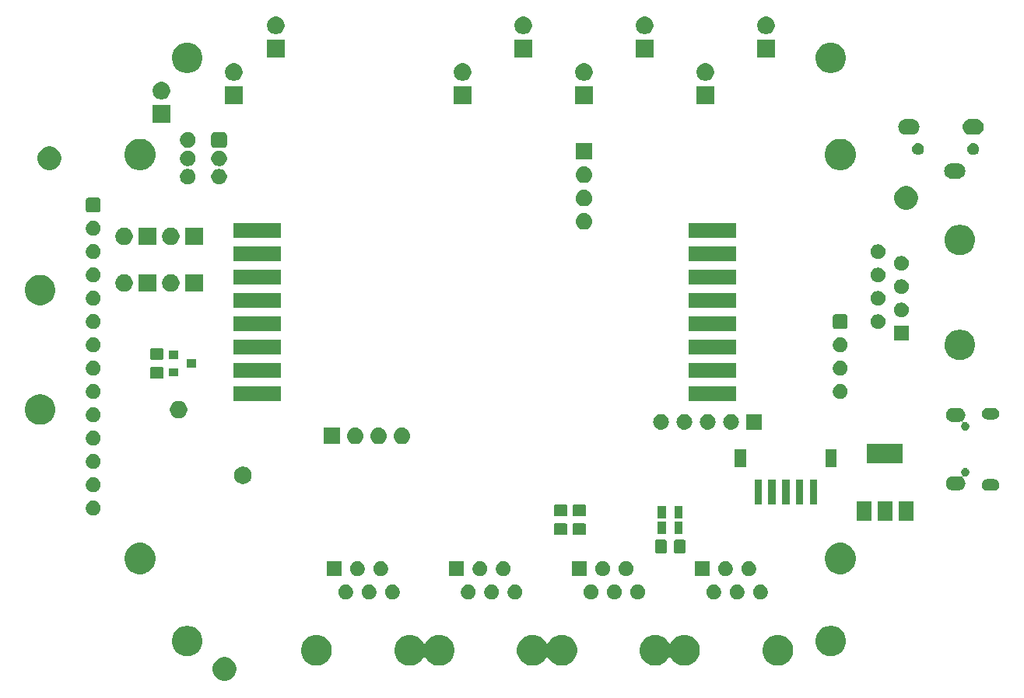
<source format=gbr>
G04 #@! TF.GenerationSoftware,KiCad,Pcbnew,(5.1.0)-1*
G04 #@! TF.CreationDate,2019-09-05T23:41:34+02:00*
G04 #@! TF.ProjectId,button_v1,62757474-6f6e-45f7-9631-2e6b69636164,rev?*
G04 #@! TF.SameCoordinates,Original*
G04 #@! TF.FileFunction,Soldermask,Bot*
G04 #@! TF.FilePolarity,Negative*
%FSLAX46Y46*%
G04 Gerber Fmt 4.6, Leading zero omitted, Abs format (unit mm)*
G04 Created by KiCad (PCBNEW (5.1.0)-1) date 2019-09-05 23:41:34*
%MOMM*%
%LPD*%
G04 APERTURE LIST*
%ADD10C,0.100000*%
G04 APERTURE END LIST*
D10*
G36*
X92327393Y-125749304D02*
G01*
X92564101Y-125847352D01*
X92564103Y-125847353D01*
X92777135Y-125989696D01*
X92958304Y-126170865D01*
X93100647Y-126383897D01*
X93100648Y-126383899D01*
X93198696Y-126620607D01*
X93248680Y-126871893D01*
X93248680Y-127128107D01*
X93198696Y-127379393D01*
X93100648Y-127616101D01*
X93100647Y-127616103D01*
X92958304Y-127829135D01*
X92777135Y-128010304D01*
X92564103Y-128152647D01*
X92564102Y-128152648D01*
X92564101Y-128152648D01*
X92327393Y-128250696D01*
X92076107Y-128300680D01*
X91819893Y-128300680D01*
X91568607Y-128250696D01*
X91331899Y-128152648D01*
X91331898Y-128152648D01*
X91331897Y-128152647D01*
X91118865Y-128010304D01*
X90937696Y-127829135D01*
X90795353Y-127616103D01*
X90795352Y-127616101D01*
X90697304Y-127379393D01*
X90647320Y-127128107D01*
X90647320Y-126871893D01*
X90697304Y-126620607D01*
X90795352Y-126383899D01*
X90795353Y-126383897D01*
X90937696Y-126170865D01*
X91118865Y-125989696D01*
X91331897Y-125847353D01*
X91331899Y-125847352D01*
X91568607Y-125749304D01*
X91819893Y-125699320D01*
X92076107Y-125699320D01*
X92327393Y-125749304D01*
X92327393Y-125749304D01*
G37*
G36*
X152486971Y-123324204D02*
G01*
X152648871Y-123356408D01*
X152953883Y-123482748D01*
X153228387Y-123666166D01*
X153461834Y-123899613D01*
X153645252Y-124174117D01*
X153771592Y-124479129D01*
X153836000Y-124802928D01*
X153836000Y-125133072D01*
X153771592Y-125456871D01*
X153645252Y-125761883D01*
X153461834Y-126036387D01*
X153228387Y-126269834D01*
X152953883Y-126453252D01*
X152648871Y-126579592D01*
X152486971Y-126611796D01*
X152325073Y-126644000D01*
X151994927Y-126644000D01*
X151833029Y-126611796D01*
X151671129Y-126579592D01*
X151366117Y-126453252D01*
X151091613Y-126269834D01*
X150858166Y-126036387D01*
X150674748Y-125761883D01*
X150548408Y-125456871D01*
X150484000Y-125133072D01*
X150484000Y-124802928D01*
X150548408Y-124479129D01*
X150674748Y-124174117D01*
X150858166Y-123899613D01*
X151091613Y-123666166D01*
X151366117Y-123482748D01*
X151671129Y-123356408D01*
X151833029Y-123324204D01*
X151994927Y-123292000D01*
X152325073Y-123292000D01*
X152486971Y-123324204D01*
X152486971Y-123324204D01*
G37*
G36*
X102276971Y-123324204D02*
G01*
X102438871Y-123356408D01*
X102743883Y-123482748D01*
X103018387Y-123666166D01*
X103251834Y-123899613D01*
X103435252Y-124174117D01*
X103561592Y-124479129D01*
X103626000Y-124802928D01*
X103626000Y-125133072D01*
X103561592Y-125456871D01*
X103435252Y-125761883D01*
X103251834Y-126036387D01*
X103018387Y-126269834D01*
X102743883Y-126453252D01*
X102438871Y-126579592D01*
X102276971Y-126611796D01*
X102115073Y-126644000D01*
X101784927Y-126644000D01*
X101623029Y-126611796D01*
X101461129Y-126579592D01*
X101156117Y-126453252D01*
X100881613Y-126269834D01*
X100648166Y-126036387D01*
X100464748Y-125761883D01*
X100338408Y-125456871D01*
X100274000Y-125133072D01*
X100274000Y-124802928D01*
X100338408Y-124479129D01*
X100464748Y-124174117D01*
X100648166Y-123899613D01*
X100881613Y-123666166D01*
X101156117Y-123482748D01*
X101461129Y-123356408D01*
X101623029Y-123324204D01*
X101784927Y-123292000D01*
X102115073Y-123292000D01*
X102276971Y-123324204D01*
X102276971Y-123324204D01*
G37*
G36*
X112436971Y-123324204D02*
G01*
X112598871Y-123356408D01*
X112903883Y-123482748D01*
X113178387Y-123666166D01*
X113411834Y-123899613D01*
X113601067Y-124182820D01*
X113616612Y-124201762D01*
X113635554Y-124217307D01*
X113657165Y-124228858D01*
X113680614Y-124235971D01*
X113705000Y-124238373D01*
X113729386Y-124235971D01*
X113752835Y-124228858D01*
X113774446Y-124217307D01*
X113793388Y-124201762D01*
X113808933Y-124182820D01*
X113998166Y-123899613D01*
X114231613Y-123666166D01*
X114506117Y-123482748D01*
X114811129Y-123356408D01*
X114973029Y-123324204D01*
X115134927Y-123292000D01*
X115465073Y-123292000D01*
X115626971Y-123324204D01*
X115788871Y-123356408D01*
X116093883Y-123482748D01*
X116368387Y-123666166D01*
X116601834Y-123899613D01*
X116785252Y-124174117D01*
X116911592Y-124479129D01*
X116976000Y-124802928D01*
X116976000Y-125133072D01*
X116911592Y-125456871D01*
X116785252Y-125761883D01*
X116601834Y-126036387D01*
X116368387Y-126269834D01*
X116093883Y-126453252D01*
X115788871Y-126579592D01*
X115626971Y-126611796D01*
X115465073Y-126644000D01*
X115134927Y-126644000D01*
X114973029Y-126611796D01*
X114811129Y-126579592D01*
X114506117Y-126453252D01*
X114231613Y-126269834D01*
X113998166Y-126036387D01*
X113814748Y-125761883D01*
X113814748Y-125761882D01*
X113808933Y-125753180D01*
X113793388Y-125734238D01*
X113774446Y-125718693D01*
X113752835Y-125707142D01*
X113729386Y-125700029D01*
X113705000Y-125697627D01*
X113680614Y-125700029D01*
X113657165Y-125707142D01*
X113635554Y-125718693D01*
X113616612Y-125734238D01*
X113601067Y-125753180D01*
X113595252Y-125761882D01*
X113595252Y-125761883D01*
X113411834Y-126036387D01*
X113178387Y-126269834D01*
X112903883Y-126453252D01*
X112598871Y-126579592D01*
X112436971Y-126611796D01*
X112275073Y-126644000D01*
X111944927Y-126644000D01*
X111783029Y-126611796D01*
X111621129Y-126579592D01*
X111316117Y-126453252D01*
X111041613Y-126269834D01*
X110808166Y-126036387D01*
X110624748Y-125761883D01*
X110498408Y-125456871D01*
X110434000Y-125133072D01*
X110434000Y-124802928D01*
X110498408Y-124479129D01*
X110624748Y-124174117D01*
X110808166Y-123899613D01*
X111041613Y-123666166D01*
X111316117Y-123482748D01*
X111621129Y-123356408D01*
X111783029Y-123324204D01*
X111944927Y-123292000D01*
X112275073Y-123292000D01*
X112436971Y-123324204D01*
X112436971Y-123324204D01*
G37*
G36*
X125786971Y-123324204D02*
G01*
X125948871Y-123356408D01*
X126253883Y-123482748D01*
X126528387Y-123666166D01*
X126761834Y-123899613D01*
X126951067Y-124182820D01*
X126966612Y-124201762D01*
X126985554Y-124217307D01*
X127007165Y-124228858D01*
X127030614Y-124235971D01*
X127055000Y-124238373D01*
X127079386Y-124235971D01*
X127102835Y-124228858D01*
X127124446Y-124217307D01*
X127143388Y-124201762D01*
X127158933Y-124182820D01*
X127348166Y-123899613D01*
X127581613Y-123666166D01*
X127856117Y-123482748D01*
X128161129Y-123356408D01*
X128323029Y-123324204D01*
X128484927Y-123292000D01*
X128815073Y-123292000D01*
X128976971Y-123324204D01*
X129138871Y-123356408D01*
X129443883Y-123482748D01*
X129718387Y-123666166D01*
X129951834Y-123899613D01*
X130135252Y-124174117D01*
X130261592Y-124479129D01*
X130326000Y-124802928D01*
X130326000Y-125133072D01*
X130261592Y-125456871D01*
X130135252Y-125761883D01*
X129951834Y-126036387D01*
X129718387Y-126269834D01*
X129443883Y-126453252D01*
X129138871Y-126579592D01*
X128976971Y-126611796D01*
X128815073Y-126644000D01*
X128484927Y-126644000D01*
X128323029Y-126611796D01*
X128161129Y-126579592D01*
X127856117Y-126453252D01*
X127581613Y-126269834D01*
X127348166Y-126036387D01*
X127164748Y-125761883D01*
X127164748Y-125761882D01*
X127158933Y-125753180D01*
X127143388Y-125734238D01*
X127124446Y-125718693D01*
X127102835Y-125707142D01*
X127079386Y-125700029D01*
X127055000Y-125697627D01*
X127030614Y-125700029D01*
X127007165Y-125707142D01*
X126985554Y-125718693D01*
X126966612Y-125734238D01*
X126951067Y-125753180D01*
X126945252Y-125761882D01*
X126945252Y-125761883D01*
X126761834Y-126036387D01*
X126528387Y-126269834D01*
X126253883Y-126453252D01*
X125948871Y-126579592D01*
X125786971Y-126611796D01*
X125625073Y-126644000D01*
X125294927Y-126644000D01*
X125133029Y-126611796D01*
X124971129Y-126579592D01*
X124666117Y-126453252D01*
X124391613Y-126269834D01*
X124158166Y-126036387D01*
X123974748Y-125761883D01*
X123848408Y-125456871D01*
X123784000Y-125133072D01*
X123784000Y-124802928D01*
X123848408Y-124479129D01*
X123974748Y-124174117D01*
X124158166Y-123899613D01*
X124391613Y-123666166D01*
X124666117Y-123482748D01*
X124971129Y-123356408D01*
X125133029Y-123324204D01*
X125294927Y-123292000D01*
X125625073Y-123292000D01*
X125786971Y-123324204D01*
X125786971Y-123324204D01*
G37*
G36*
X139136971Y-123324204D02*
G01*
X139298871Y-123356408D01*
X139603883Y-123482748D01*
X139878387Y-123666166D01*
X140111834Y-123899613D01*
X140301067Y-124182820D01*
X140316612Y-124201762D01*
X140335554Y-124217307D01*
X140357165Y-124228858D01*
X140380614Y-124235971D01*
X140405000Y-124238373D01*
X140429386Y-124235971D01*
X140452835Y-124228858D01*
X140474446Y-124217307D01*
X140493388Y-124201762D01*
X140508933Y-124182820D01*
X140698166Y-123899613D01*
X140931613Y-123666166D01*
X141206117Y-123482748D01*
X141511129Y-123356408D01*
X141673029Y-123324204D01*
X141834927Y-123292000D01*
X142165073Y-123292000D01*
X142326971Y-123324204D01*
X142488871Y-123356408D01*
X142793883Y-123482748D01*
X143068387Y-123666166D01*
X143301834Y-123899613D01*
X143485252Y-124174117D01*
X143611592Y-124479129D01*
X143676000Y-124802928D01*
X143676000Y-125133072D01*
X143611592Y-125456871D01*
X143485252Y-125761883D01*
X143301834Y-126036387D01*
X143068387Y-126269834D01*
X142793883Y-126453252D01*
X142488871Y-126579592D01*
X142326971Y-126611796D01*
X142165073Y-126644000D01*
X141834927Y-126644000D01*
X141673029Y-126611796D01*
X141511129Y-126579592D01*
X141206117Y-126453252D01*
X140931613Y-126269834D01*
X140698166Y-126036387D01*
X140514748Y-125761883D01*
X140514748Y-125761882D01*
X140508933Y-125753180D01*
X140493388Y-125734238D01*
X140474446Y-125718693D01*
X140452835Y-125707142D01*
X140429386Y-125700029D01*
X140405000Y-125697627D01*
X140380614Y-125700029D01*
X140357165Y-125707142D01*
X140335554Y-125718693D01*
X140316612Y-125734238D01*
X140301067Y-125753180D01*
X140295252Y-125761882D01*
X140295252Y-125761883D01*
X140111834Y-126036387D01*
X139878387Y-126269834D01*
X139603883Y-126453252D01*
X139298871Y-126579592D01*
X139136971Y-126611796D01*
X138975073Y-126644000D01*
X138644927Y-126644000D01*
X138483029Y-126611796D01*
X138321129Y-126579592D01*
X138016117Y-126453252D01*
X137741613Y-126269834D01*
X137508166Y-126036387D01*
X137324748Y-125761883D01*
X137198408Y-125456871D01*
X137134000Y-125133072D01*
X137134000Y-124802928D01*
X137198408Y-124479129D01*
X137324748Y-124174117D01*
X137508166Y-123899613D01*
X137741613Y-123666166D01*
X138016117Y-123482748D01*
X138321129Y-123356408D01*
X138483029Y-123324204D01*
X138644927Y-123292000D01*
X138975073Y-123292000D01*
X139136971Y-123324204D01*
X139136971Y-123324204D01*
G37*
G36*
X88259256Y-122343171D02*
G01*
X88365579Y-122364320D01*
X88666042Y-122488776D01*
X88936451Y-122669458D01*
X89166415Y-122899422D01*
X89166416Y-122899424D01*
X89347098Y-123169833D01*
X89471553Y-123470295D01*
X89535000Y-123789262D01*
X89535000Y-124114484D01*
X89510357Y-124238373D01*
X89471553Y-124433452D01*
X89347097Y-124733915D01*
X89166415Y-125004324D01*
X88936451Y-125234288D01*
X88666042Y-125414970D01*
X88365579Y-125539426D01*
X88259256Y-125560575D01*
X88046611Y-125602873D01*
X87721389Y-125602873D01*
X87508744Y-125560575D01*
X87402421Y-125539426D01*
X87101958Y-125414970D01*
X86831549Y-125234288D01*
X86601585Y-125004324D01*
X86420903Y-124733915D01*
X86296447Y-124433452D01*
X86257643Y-124238373D01*
X86233000Y-124114484D01*
X86233000Y-123789262D01*
X86296447Y-123470295D01*
X86420902Y-123169833D01*
X86601584Y-122899424D01*
X86601585Y-122899422D01*
X86831549Y-122669458D01*
X87101958Y-122488776D01*
X87402421Y-122364320D01*
X87508744Y-122343171D01*
X87721389Y-122300873D01*
X88046611Y-122300873D01*
X88259256Y-122343171D01*
X88259256Y-122343171D01*
G37*
G36*
X158298104Y-122343171D02*
G01*
X158404427Y-122364320D01*
X158704890Y-122488776D01*
X158975299Y-122669458D01*
X159205263Y-122899422D01*
X159205264Y-122899424D01*
X159385946Y-123169833D01*
X159510401Y-123470295D01*
X159573848Y-123789262D01*
X159573848Y-124114484D01*
X159549205Y-124238373D01*
X159510401Y-124433452D01*
X159385945Y-124733915D01*
X159205263Y-125004324D01*
X158975299Y-125234288D01*
X158704890Y-125414970D01*
X158404427Y-125539426D01*
X158298104Y-125560575D01*
X158085459Y-125602873D01*
X157760237Y-125602873D01*
X157547592Y-125560575D01*
X157441269Y-125539426D01*
X157140806Y-125414970D01*
X156870397Y-125234288D01*
X156640433Y-125004324D01*
X156459751Y-124733915D01*
X156335295Y-124433452D01*
X156296491Y-124238373D01*
X156271848Y-124114484D01*
X156271848Y-123789262D01*
X156335295Y-123470295D01*
X156459750Y-123169833D01*
X156640432Y-122899424D01*
X156640433Y-122899422D01*
X156870397Y-122669458D01*
X157140806Y-122488776D01*
X157441269Y-122364320D01*
X157547592Y-122343171D01*
X157760237Y-122300873D01*
X158085459Y-122300873D01*
X158298104Y-122343171D01*
X158298104Y-122343171D01*
G37*
G36*
X118716560Y-117838166D02*
G01*
X118864153Y-117899301D01*
X118996982Y-117988055D01*
X119109945Y-118101018D01*
X119198699Y-118233847D01*
X119259834Y-118381440D01*
X119291000Y-118538123D01*
X119291000Y-118697877D01*
X119259834Y-118854560D01*
X119198699Y-119002153D01*
X119109945Y-119134982D01*
X118996982Y-119247945D01*
X118864153Y-119336699D01*
X118864152Y-119336700D01*
X118864151Y-119336700D01*
X118716560Y-119397834D01*
X118559878Y-119429000D01*
X118400122Y-119429000D01*
X118243440Y-119397834D01*
X118095849Y-119336700D01*
X118095848Y-119336700D01*
X118095847Y-119336699D01*
X117963018Y-119247945D01*
X117850055Y-119134982D01*
X117761301Y-119002153D01*
X117700166Y-118854560D01*
X117669000Y-118697877D01*
X117669000Y-118538123D01*
X117700166Y-118381440D01*
X117761301Y-118233847D01*
X117850055Y-118101018D01*
X117963018Y-117988055D01*
X118095847Y-117899301D01*
X118243440Y-117838166D01*
X118400122Y-117807000D01*
X118559878Y-117807000D01*
X118716560Y-117838166D01*
X118716560Y-117838166D01*
G37*
G36*
X107906560Y-117838166D02*
G01*
X108054153Y-117899301D01*
X108186982Y-117988055D01*
X108299945Y-118101018D01*
X108388699Y-118233847D01*
X108449834Y-118381440D01*
X108481000Y-118538123D01*
X108481000Y-118697877D01*
X108449834Y-118854560D01*
X108388699Y-119002153D01*
X108299945Y-119134982D01*
X108186982Y-119247945D01*
X108054153Y-119336699D01*
X108054152Y-119336700D01*
X108054151Y-119336700D01*
X107906560Y-119397834D01*
X107749878Y-119429000D01*
X107590122Y-119429000D01*
X107433440Y-119397834D01*
X107285849Y-119336700D01*
X107285848Y-119336700D01*
X107285847Y-119336699D01*
X107153018Y-119247945D01*
X107040055Y-119134982D01*
X106951301Y-119002153D01*
X106890166Y-118854560D01*
X106859000Y-118697877D01*
X106859000Y-118538123D01*
X106890166Y-118381440D01*
X106951301Y-118233847D01*
X107040055Y-118101018D01*
X107153018Y-117988055D01*
X107285847Y-117899301D01*
X107433440Y-117838166D01*
X107590122Y-117807000D01*
X107749878Y-117807000D01*
X107906560Y-117838166D01*
X107906560Y-117838166D01*
G37*
G36*
X110446560Y-117838166D02*
G01*
X110594153Y-117899301D01*
X110726982Y-117988055D01*
X110839945Y-118101018D01*
X110928699Y-118233847D01*
X110989834Y-118381440D01*
X111021000Y-118538123D01*
X111021000Y-118697877D01*
X110989834Y-118854560D01*
X110928699Y-119002153D01*
X110839945Y-119134982D01*
X110726982Y-119247945D01*
X110594153Y-119336699D01*
X110594152Y-119336700D01*
X110594151Y-119336700D01*
X110446560Y-119397834D01*
X110289878Y-119429000D01*
X110130122Y-119429000D01*
X109973440Y-119397834D01*
X109825849Y-119336700D01*
X109825848Y-119336700D01*
X109825847Y-119336699D01*
X109693018Y-119247945D01*
X109580055Y-119134982D01*
X109491301Y-119002153D01*
X109430166Y-118854560D01*
X109399000Y-118697877D01*
X109399000Y-118538123D01*
X109430166Y-118381440D01*
X109491301Y-118233847D01*
X109580055Y-118101018D01*
X109693018Y-117988055D01*
X109825847Y-117899301D01*
X109973440Y-117838166D01*
X110130122Y-117807000D01*
X110289878Y-117807000D01*
X110446560Y-117838166D01*
X110446560Y-117838166D01*
G37*
G36*
X105366560Y-117838166D02*
G01*
X105514153Y-117899301D01*
X105646982Y-117988055D01*
X105759945Y-118101018D01*
X105848699Y-118233847D01*
X105909834Y-118381440D01*
X105941000Y-118538123D01*
X105941000Y-118697877D01*
X105909834Y-118854560D01*
X105848699Y-119002153D01*
X105759945Y-119134982D01*
X105646982Y-119247945D01*
X105514153Y-119336699D01*
X105514152Y-119336700D01*
X105514151Y-119336700D01*
X105366560Y-119397834D01*
X105209878Y-119429000D01*
X105050122Y-119429000D01*
X104893440Y-119397834D01*
X104745849Y-119336700D01*
X104745848Y-119336700D01*
X104745847Y-119336699D01*
X104613018Y-119247945D01*
X104500055Y-119134982D01*
X104411301Y-119002153D01*
X104350166Y-118854560D01*
X104319000Y-118697877D01*
X104319000Y-118538123D01*
X104350166Y-118381440D01*
X104411301Y-118233847D01*
X104500055Y-118101018D01*
X104613018Y-117988055D01*
X104745847Y-117899301D01*
X104893440Y-117838166D01*
X105050122Y-117807000D01*
X105209878Y-117807000D01*
X105366560Y-117838166D01*
X105366560Y-117838166D01*
G37*
G36*
X150496560Y-117838166D02*
G01*
X150644153Y-117899301D01*
X150776982Y-117988055D01*
X150889945Y-118101018D01*
X150978699Y-118233847D01*
X151039834Y-118381440D01*
X151071000Y-118538123D01*
X151071000Y-118697877D01*
X151039834Y-118854560D01*
X150978699Y-119002153D01*
X150889945Y-119134982D01*
X150776982Y-119247945D01*
X150644153Y-119336699D01*
X150644152Y-119336700D01*
X150644151Y-119336700D01*
X150496560Y-119397834D01*
X150339878Y-119429000D01*
X150180122Y-119429000D01*
X150023440Y-119397834D01*
X149875849Y-119336700D01*
X149875848Y-119336700D01*
X149875847Y-119336699D01*
X149743018Y-119247945D01*
X149630055Y-119134982D01*
X149541301Y-119002153D01*
X149480166Y-118854560D01*
X149449000Y-118697877D01*
X149449000Y-118538123D01*
X149480166Y-118381440D01*
X149541301Y-118233847D01*
X149630055Y-118101018D01*
X149743018Y-117988055D01*
X149875847Y-117899301D01*
X150023440Y-117838166D01*
X150180122Y-117807000D01*
X150339878Y-117807000D01*
X150496560Y-117838166D01*
X150496560Y-117838166D01*
G37*
G36*
X147956560Y-117838166D02*
G01*
X148104153Y-117899301D01*
X148236982Y-117988055D01*
X148349945Y-118101018D01*
X148438699Y-118233847D01*
X148499834Y-118381440D01*
X148531000Y-118538123D01*
X148531000Y-118697877D01*
X148499834Y-118854560D01*
X148438699Y-119002153D01*
X148349945Y-119134982D01*
X148236982Y-119247945D01*
X148104153Y-119336699D01*
X148104152Y-119336700D01*
X148104151Y-119336700D01*
X147956560Y-119397834D01*
X147799878Y-119429000D01*
X147640122Y-119429000D01*
X147483440Y-119397834D01*
X147335849Y-119336700D01*
X147335848Y-119336700D01*
X147335847Y-119336699D01*
X147203018Y-119247945D01*
X147090055Y-119134982D01*
X147001301Y-119002153D01*
X146940166Y-118854560D01*
X146909000Y-118697877D01*
X146909000Y-118538123D01*
X146940166Y-118381440D01*
X147001301Y-118233847D01*
X147090055Y-118101018D01*
X147203018Y-117988055D01*
X147335847Y-117899301D01*
X147483440Y-117838166D01*
X147640122Y-117807000D01*
X147799878Y-117807000D01*
X147956560Y-117838166D01*
X147956560Y-117838166D01*
G37*
G36*
X121256560Y-117838166D02*
G01*
X121404153Y-117899301D01*
X121536982Y-117988055D01*
X121649945Y-118101018D01*
X121738699Y-118233847D01*
X121799834Y-118381440D01*
X121831000Y-118538123D01*
X121831000Y-118697877D01*
X121799834Y-118854560D01*
X121738699Y-119002153D01*
X121649945Y-119134982D01*
X121536982Y-119247945D01*
X121404153Y-119336699D01*
X121404152Y-119336700D01*
X121404151Y-119336700D01*
X121256560Y-119397834D01*
X121099878Y-119429000D01*
X120940122Y-119429000D01*
X120783440Y-119397834D01*
X120635849Y-119336700D01*
X120635848Y-119336700D01*
X120635847Y-119336699D01*
X120503018Y-119247945D01*
X120390055Y-119134982D01*
X120301301Y-119002153D01*
X120240166Y-118854560D01*
X120209000Y-118697877D01*
X120209000Y-118538123D01*
X120240166Y-118381440D01*
X120301301Y-118233847D01*
X120390055Y-118101018D01*
X120503018Y-117988055D01*
X120635847Y-117899301D01*
X120783440Y-117838166D01*
X120940122Y-117807000D01*
X121099878Y-117807000D01*
X121256560Y-117838166D01*
X121256560Y-117838166D01*
G37*
G36*
X123796560Y-117838166D02*
G01*
X123944153Y-117899301D01*
X124076982Y-117988055D01*
X124189945Y-118101018D01*
X124278699Y-118233847D01*
X124339834Y-118381440D01*
X124371000Y-118538123D01*
X124371000Y-118697877D01*
X124339834Y-118854560D01*
X124278699Y-119002153D01*
X124189945Y-119134982D01*
X124076982Y-119247945D01*
X123944153Y-119336699D01*
X123944152Y-119336700D01*
X123944151Y-119336700D01*
X123796560Y-119397834D01*
X123639878Y-119429000D01*
X123480122Y-119429000D01*
X123323440Y-119397834D01*
X123175849Y-119336700D01*
X123175848Y-119336700D01*
X123175847Y-119336699D01*
X123043018Y-119247945D01*
X122930055Y-119134982D01*
X122841301Y-119002153D01*
X122780166Y-118854560D01*
X122749000Y-118697877D01*
X122749000Y-118538123D01*
X122780166Y-118381440D01*
X122841301Y-118233847D01*
X122930055Y-118101018D01*
X123043018Y-117988055D01*
X123175847Y-117899301D01*
X123323440Y-117838166D01*
X123480122Y-117807000D01*
X123639878Y-117807000D01*
X123796560Y-117838166D01*
X123796560Y-117838166D01*
G37*
G36*
X145416560Y-117838166D02*
G01*
X145564153Y-117899301D01*
X145696982Y-117988055D01*
X145809945Y-118101018D01*
X145898699Y-118233847D01*
X145959834Y-118381440D01*
X145991000Y-118538123D01*
X145991000Y-118697877D01*
X145959834Y-118854560D01*
X145898699Y-119002153D01*
X145809945Y-119134982D01*
X145696982Y-119247945D01*
X145564153Y-119336699D01*
X145564152Y-119336700D01*
X145564151Y-119336700D01*
X145416560Y-119397834D01*
X145259878Y-119429000D01*
X145100122Y-119429000D01*
X144943440Y-119397834D01*
X144795849Y-119336700D01*
X144795848Y-119336700D01*
X144795847Y-119336699D01*
X144663018Y-119247945D01*
X144550055Y-119134982D01*
X144461301Y-119002153D01*
X144400166Y-118854560D01*
X144369000Y-118697877D01*
X144369000Y-118538123D01*
X144400166Y-118381440D01*
X144461301Y-118233847D01*
X144550055Y-118101018D01*
X144663018Y-117988055D01*
X144795847Y-117899301D01*
X144943440Y-117838166D01*
X145100122Y-117807000D01*
X145259878Y-117807000D01*
X145416560Y-117838166D01*
X145416560Y-117838166D01*
G37*
G36*
X137146560Y-117838166D02*
G01*
X137294153Y-117899301D01*
X137426982Y-117988055D01*
X137539945Y-118101018D01*
X137628699Y-118233847D01*
X137689834Y-118381440D01*
X137721000Y-118538123D01*
X137721000Y-118697877D01*
X137689834Y-118854560D01*
X137628699Y-119002153D01*
X137539945Y-119134982D01*
X137426982Y-119247945D01*
X137294153Y-119336699D01*
X137294152Y-119336700D01*
X137294151Y-119336700D01*
X137146560Y-119397834D01*
X136989878Y-119429000D01*
X136830122Y-119429000D01*
X136673440Y-119397834D01*
X136525849Y-119336700D01*
X136525848Y-119336700D01*
X136525847Y-119336699D01*
X136393018Y-119247945D01*
X136280055Y-119134982D01*
X136191301Y-119002153D01*
X136130166Y-118854560D01*
X136099000Y-118697877D01*
X136099000Y-118538123D01*
X136130166Y-118381440D01*
X136191301Y-118233847D01*
X136280055Y-118101018D01*
X136393018Y-117988055D01*
X136525847Y-117899301D01*
X136673440Y-117838166D01*
X136830122Y-117807000D01*
X136989878Y-117807000D01*
X137146560Y-117838166D01*
X137146560Y-117838166D01*
G37*
G36*
X134606560Y-117838166D02*
G01*
X134754153Y-117899301D01*
X134886982Y-117988055D01*
X134999945Y-118101018D01*
X135088699Y-118233847D01*
X135149834Y-118381440D01*
X135181000Y-118538123D01*
X135181000Y-118697877D01*
X135149834Y-118854560D01*
X135088699Y-119002153D01*
X134999945Y-119134982D01*
X134886982Y-119247945D01*
X134754153Y-119336699D01*
X134754152Y-119336700D01*
X134754151Y-119336700D01*
X134606560Y-119397834D01*
X134449878Y-119429000D01*
X134290122Y-119429000D01*
X134133440Y-119397834D01*
X133985849Y-119336700D01*
X133985848Y-119336700D01*
X133985847Y-119336699D01*
X133853018Y-119247945D01*
X133740055Y-119134982D01*
X133651301Y-119002153D01*
X133590166Y-118854560D01*
X133559000Y-118697877D01*
X133559000Y-118538123D01*
X133590166Y-118381440D01*
X133651301Y-118233847D01*
X133740055Y-118101018D01*
X133853018Y-117988055D01*
X133985847Y-117899301D01*
X134133440Y-117838166D01*
X134290122Y-117807000D01*
X134449878Y-117807000D01*
X134606560Y-117838166D01*
X134606560Y-117838166D01*
G37*
G36*
X132066560Y-117838166D02*
G01*
X132214153Y-117899301D01*
X132346982Y-117988055D01*
X132459945Y-118101018D01*
X132548699Y-118233847D01*
X132609834Y-118381440D01*
X132641000Y-118538123D01*
X132641000Y-118697877D01*
X132609834Y-118854560D01*
X132548699Y-119002153D01*
X132459945Y-119134982D01*
X132346982Y-119247945D01*
X132214153Y-119336699D01*
X132214152Y-119336700D01*
X132214151Y-119336700D01*
X132066560Y-119397834D01*
X131909878Y-119429000D01*
X131750122Y-119429000D01*
X131593440Y-119397834D01*
X131445849Y-119336700D01*
X131445848Y-119336700D01*
X131445847Y-119336699D01*
X131313018Y-119247945D01*
X131200055Y-119134982D01*
X131111301Y-119002153D01*
X131050166Y-118854560D01*
X131019000Y-118697877D01*
X131019000Y-118538123D01*
X131050166Y-118381440D01*
X131111301Y-118233847D01*
X131200055Y-118101018D01*
X131313018Y-117988055D01*
X131445847Y-117899301D01*
X131593440Y-117838166D01*
X131750122Y-117807000D01*
X131909878Y-117807000D01*
X132066560Y-117838166D01*
X132066560Y-117838166D01*
G37*
G36*
X144721000Y-116889000D02*
G01*
X143099000Y-116889000D01*
X143099000Y-115267000D01*
X144721000Y-115267000D01*
X144721000Y-116889000D01*
X144721000Y-116889000D01*
G37*
G36*
X109176560Y-115298166D02*
G01*
X109324153Y-115359301D01*
X109456982Y-115448055D01*
X109569945Y-115561018D01*
X109658700Y-115693849D01*
X109719834Y-115841440D01*
X109751000Y-115998122D01*
X109751000Y-116157878D01*
X109719834Y-116314560D01*
X109658699Y-116462153D01*
X109569945Y-116594982D01*
X109456982Y-116707945D01*
X109324153Y-116796699D01*
X109324152Y-116796700D01*
X109324151Y-116796700D01*
X109176560Y-116857834D01*
X109019878Y-116889000D01*
X108860122Y-116889000D01*
X108703440Y-116857834D01*
X108555849Y-116796700D01*
X108555848Y-116796700D01*
X108555847Y-116796699D01*
X108423018Y-116707945D01*
X108310055Y-116594982D01*
X108221301Y-116462153D01*
X108160166Y-116314560D01*
X108129000Y-116157878D01*
X108129000Y-115998122D01*
X108160166Y-115841440D01*
X108221300Y-115693849D01*
X108310055Y-115561018D01*
X108423018Y-115448055D01*
X108555847Y-115359301D01*
X108703440Y-115298166D01*
X108860122Y-115267000D01*
X109019878Y-115267000D01*
X109176560Y-115298166D01*
X109176560Y-115298166D01*
G37*
G36*
X119986560Y-115298166D02*
G01*
X120134153Y-115359301D01*
X120266982Y-115448055D01*
X120379945Y-115561018D01*
X120468700Y-115693849D01*
X120529834Y-115841440D01*
X120561000Y-115998122D01*
X120561000Y-116157878D01*
X120529834Y-116314560D01*
X120468699Y-116462153D01*
X120379945Y-116594982D01*
X120266982Y-116707945D01*
X120134153Y-116796699D01*
X120134152Y-116796700D01*
X120134151Y-116796700D01*
X119986560Y-116857834D01*
X119829878Y-116889000D01*
X119670122Y-116889000D01*
X119513440Y-116857834D01*
X119365849Y-116796700D01*
X119365848Y-116796700D01*
X119365847Y-116796699D01*
X119233018Y-116707945D01*
X119120055Y-116594982D01*
X119031301Y-116462153D01*
X118970166Y-116314560D01*
X118939000Y-116157878D01*
X118939000Y-115998122D01*
X118970166Y-115841440D01*
X119031300Y-115693849D01*
X119120055Y-115561018D01*
X119233018Y-115448055D01*
X119365847Y-115359301D01*
X119513440Y-115298166D01*
X119670122Y-115267000D01*
X119829878Y-115267000D01*
X119986560Y-115298166D01*
X119986560Y-115298166D01*
G37*
G36*
X122526560Y-115298166D02*
G01*
X122674153Y-115359301D01*
X122806982Y-115448055D01*
X122919945Y-115561018D01*
X123008700Y-115693849D01*
X123069834Y-115841440D01*
X123101000Y-115998122D01*
X123101000Y-116157878D01*
X123069834Y-116314560D01*
X123008699Y-116462153D01*
X122919945Y-116594982D01*
X122806982Y-116707945D01*
X122674153Y-116796699D01*
X122674152Y-116796700D01*
X122674151Y-116796700D01*
X122526560Y-116857834D01*
X122369878Y-116889000D01*
X122210122Y-116889000D01*
X122053440Y-116857834D01*
X121905849Y-116796700D01*
X121905848Y-116796700D01*
X121905847Y-116796699D01*
X121773018Y-116707945D01*
X121660055Y-116594982D01*
X121571301Y-116462153D01*
X121510166Y-116314560D01*
X121479000Y-116157878D01*
X121479000Y-115998122D01*
X121510166Y-115841440D01*
X121571300Y-115693849D01*
X121660055Y-115561018D01*
X121773018Y-115448055D01*
X121905847Y-115359301D01*
X122053440Y-115298166D01*
X122210122Y-115267000D01*
X122369878Y-115267000D01*
X122526560Y-115298166D01*
X122526560Y-115298166D01*
G37*
G36*
X106636560Y-115298166D02*
G01*
X106784153Y-115359301D01*
X106916982Y-115448055D01*
X107029945Y-115561018D01*
X107118700Y-115693849D01*
X107179834Y-115841440D01*
X107211000Y-115998122D01*
X107211000Y-116157878D01*
X107179834Y-116314560D01*
X107118699Y-116462153D01*
X107029945Y-116594982D01*
X106916982Y-116707945D01*
X106784153Y-116796699D01*
X106784152Y-116796700D01*
X106784151Y-116796700D01*
X106636560Y-116857834D01*
X106479878Y-116889000D01*
X106320122Y-116889000D01*
X106163440Y-116857834D01*
X106015849Y-116796700D01*
X106015848Y-116796700D01*
X106015847Y-116796699D01*
X105883018Y-116707945D01*
X105770055Y-116594982D01*
X105681301Y-116462153D01*
X105620166Y-116314560D01*
X105589000Y-116157878D01*
X105589000Y-115998122D01*
X105620166Y-115841440D01*
X105681300Y-115693849D01*
X105770055Y-115561018D01*
X105883018Y-115448055D01*
X106015847Y-115359301D01*
X106163440Y-115298166D01*
X106320122Y-115267000D01*
X106479878Y-115267000D01*
X106636560Y-115298166D01*
X106636560Y-115298166D01*
G37*
G36*
X131371000Y-116889000D02*
G01*
X129749000Y-116889000D01*
X129749000Y-115267000D01*
X131371000Y-115267000D01*
X131371000Y-116889000D01*
X131371000Y-116889000D01*
G37*
G36*
X133336560Y-115298166D02*
G01*
X133484153Y-115359301D01*
X133616982Y-115448055D01*
X133729945Y-115561018D01*
X133818700Y-115693849D01*
X133879834Y-115841440D01*
X133911000Y-115998122D01*
X133911000Y-116157878D01*
X133879834Y-116314560D01*
X133818699Y-116462153D01*
X133729945Y-116594982D01*
X133616982Y-116707945D01*
X133484153Y-116796699D01*
X133484152Y-116796700D01*
X133484151Y-116796700D01*
X133336560Y-116857834D01*
X133179878Y-116889000D01*
X133020122Y-116889000D01*
X132863440Y-116857834D01*
X132715849Y-116796700D01*
X132715848Y-116796700D01*
X132715847Y-116796699D01*
X132583018Y-116707945D01*
X132470055Y-116594982D01*
X132381301Y-116462153D01*
X132320166Y-116314560D01*
X132289000Y-116157878D01*
X132289000Y-115998122D01*
X132320166Y-115841440D01*
X132381300Y-115693849D01*
X132470055Y-115561018D01*
X132583018Y-115448055D01*
X132715847Y-115359301D01*
X132863440Y-115298166D01*
X133020122Y-115267000D01*
X133179878Y-115267000D01*
X133336560Y-115298166D01*
X133336560Y-115298166D01*
G37*
G36*
X135876560Y-115298166D02*
G01*
X136024153Y-115359301D01*
X136156982Y-115448055D01*
X136269945Y-115561018D01*
X136358700Y-115693849D01*
X136419834Y-115841440D01*
X136451000Y-115998122D01*
X136451000Y-116157878D01*
X136419834Y-116314560D01*
X136358699Y-116462153D01*
X136269945Y-116594982D01*
X136156982Y-116707945D01*
X136024153Y-116796699D01*
X136024152Y-116796700D01*
X136024151Y-116796700D01*
X135876560Y-116857834D01*
X135719878Y-116889000D01*
X135560122Y-116889000D01*
X135403440Y-116857834D01*
X135255849Y-116796700D01*
X135255848Y-116796700D01*
X135255847Y-116796699D01*
X135123018Y-116707945D01*
X135010055Y-116594982D01*
X134921301Y-116462153D01*
X134860166Y-116314560D01*
X134829000Y-116157878D01*
X134829000Y-115998122D01*
X134860166Y-115841440D01*
X134921300Y-115693849D01*
X135010055Y-115561018D01*
X135123018Y-115448055D01*
X135255847Y-115359301D01*
X135403440Y-115298166D01*
X135560122Y-115267000D01*
X135719878Y-115267000D01*
X135876560Y-115298166D01*
X135876560Y-115298166D01*
G37*
G36*
X118021000Y-116889000D02*
G01*
X116399000Y-116889000D01*
X116399000Y-115267000D01*
X118021000Y-115267000D01*
X118021000Y-116889000D01*
X118021000Y-116889000D01*
G37*
G36*
X146686560Y-115298166D02*
G01*
X146834153Y-115359301D01*
X146966982Y-115448055D01*
X147079945Y-115561018D01*
X147168700Y-115693849D01*
X147229834Y-115841440D01*
X147261000Y-115998122D01*
X147261000Y-116157878D01*
X147229834Y-116314560D01*
X147168699Y-116462153D01*
X147079945Y-116594982D01*
X146966982Y-116707945D01*
X146834153Y-116796699D01*
X146834152Y-116796700D01*
X146834151Y-116796700D01*
X146686560Y-116857834D01*
X146529878Y-116889000D01*
X146370122Y-116889000D01*
X146213440Y-116857834D01*
X146065849Y-116796700D01*
X146065848Y-116796700D01*
X146065847Y-116796699D01*
X145933018Y-116707945D01*
X145820055Y-116594982D01*
X145731301Y-116462153D01*
X145670166Y-116314560D01*
X145639000Y-116157878D01*
X145639000Y-115998122D01*
X145670166Y-115841440D01*
X145731300Y-115693849D01*
X145820055Y-115561018D01*
X145933018Y-115448055D01*
X146065847Y-115359301D01*
X146213440Y-115298166D01*
X146370122Y-115267000D01*
X146529878Y-115267000D01*
X146686560Y-115298166D01*
X146686560Y-115298166D01*
G37*
G36*
X149226560Y-115298166D02*
G01*
X149374153Y-115359301D01*
X149506982Y-115448055D01*
X149619945Y-115561018D01*
X149708700Y-115693849D01*
X149769834Y-115841440D01*
X149801000Y-115998122D01*
X149801000Y-116157878D01*
X149769834Y-116314560D01*
X149708699Y-116462153D01*
X149619945Y-116594982D01*
X149506982Y-116707945D01*
X149374153Y-116796699D01*
X149374152Y-116796700D01*
X149374151Y-116796700D01*
X149226560Y-116857834D01*
X149069878Y-116889000D01*
X148910122Y-116889000D01*
X148753440Y-116857834D01*
X148605849Y-116796700D01*
X148605848Y-116796700D01*
X148605847Y-116796699D01*
X148473018Y-116707945D01*
X148360055Y-116594982D01*
X148271301Y-116462153D01*
X148210166Y-116314560D01*
X148179000Y-116157878D01*
X148179000Y-115998122D01*
X148210166Y-115841440D01*
X148271300Y-115693849D01*
X148360055Y-115561018D01*
X148473018Y-115448055D01*
X148605847Y-115359301D01*
X148753440Y-115298166D01*
X148910122Y-115267000D01*
X149069878Y-115267000D01*
X149226560Y-115298166D01*
X149226560Y-115298166D01*
G37*
G36*
X104671000Y-116889000D02*
G01*
X103049000Y-116889000D01*
X103049000Y-115267000D01*
X104671000Y-115267000D01*
X104671000Y-116889000D01*
X104671000Y-116889000D01*
G37*
G36*
X159448162Y-113328368D02*
G01*
X159757724Y-113456593D01*
X159757725Y-113456594D01*
X160036324Y-113642747D01*
X160273253Y-113879676D01*
X160397637Y-114065830D01*
X160459407Y-114158276D01*
X160587632Y-114467838D01*
X160653000Y-114796465D01*
X160653000Y-115131535D01*
X160587632Y-115460162D01*
X160459407Y-115769724D01*
X160459406Y-115769725D01*
X160273253Y-116048324D01*
X160036324Y-116285253D01*
X159850170Y-116409637D01*
X159757724Y-116471407D01*
X159448162Y-116599632D01*
X159119535Y-116665000D01*
X158784465Y-116665000D01*
X158455838Y-116599632D01*
X158146276Y-116471407D01*
X158053830Y-116409637D01*
X157867676Y-116285253D01*
X157630747Y-116048324D01*
X157444594Y-115769725D01*
X157444593Y-115769724D01*
X157316368Y-115460162D01*
X157251000Y-115131535D01*
X157251000Y-114796465D01*
X157316368Y-114467838D01*
X157444593Y-114158276D01*
X157506363Y-114065830D01*
X157630747Y-113879676D01*
X157867676Y-113642747D01*
X158146275Y-113456594D01*
X158146276Y-113456593D01*
X158455838Y-113328368D01*
X158784465Y-113263000D01*
X159119535Y-113263000D01*
X159448162Y-113328368D01*
X159448162Y-113328368D01*
G37*
G36*
X83248162Y-113328368D02*
G01*
X83557724Y-113456593D01*
X83557725Y-113456594D01*
X83836324Y-113642747D01*
X84073253Y-113879676D01*
X84197637Y-114065830D01*
X84259407Y-114158276D01*
X84387632Y-114467838D01*
X84453000Y-114796465D01*
X84453000Y-115131535D01*
X84387632Y-115460162D01*
X84259407Y-115769724D01*
X84259406Y-115769725D01*
X84073253Y-116048324D01*
X83836324Y-116285253D01*
X83650170Y-116409637D01*
X83557724Y-116471407D01*
X83248162Y-116599632D01*
X82919535Y-116665000D01*
X82584465Y-116665000D01*
X82255838Y-116599632D01*
X81946276Y-116471407D01*
X81853830Y-116409637D01*
X81667676Y-116285253D01*
X81430747Y-116048324D01*
X81244594Y-115769725D01*
X81244593Y-115769724D01*
X81116368Y-115460162D01*
X81051000Y-115131535D01*
X81051000Y-114796465D01*
X81116368Y-114467838D01*
X81244593Y-114158276D01*
X81306363Y-114065830D01*
X81430747Y-113879676D01*
X81667676Y-113642747D01*
X81946275Y-113456594D01*
X81946276Y-113456593D01*
X82255838Y-113328368D01*
X82584465Y-113263000D01*
X82919535Y-113263000D01*
X83248162Y-113328368D01*
X83248162Y-113328368D01*
G37*
G36*
X141950674Y-112918465D02*
G01*
X141988367Y-112929899D01*
X142023103Y-112948466D01*
X142053548Y-112973452D01*
X142078534Y-113003897D01*
X142097101Y-113038633D01*
X142108535Y-113076326D01*
X142113000Y-113121661D01*
X142113000Y-114208339D01*
X142108535Y-114253674D01*
X142097101Y-114291367D01*
X142078534Y-114326103D01*
X142053548Y-114356548D01*
X142023103Y-114381534D01*
X141988367Y-114400101D01*
X141950674Y-114411535D01*
X141905339Y-114416000D01*
X141068661Y-114416000D01*
X141023326Y-114411535D01*
X140985633Y-114400101D01*
X140950897Y-114381534D01*
X140920452Y-114356548D01*
X140895466Y-114326103D01*
X140876899Y-114291367D01*
X140865465Y-114253674D01*
X140861000Y-114208339D01*
X140861000Y-113121661D01*
X140865465Y-113076326D01*
X140876899Y-113038633D01*
X140895466Y-113003897D01*
X140920452Y-112973452D01*
X140950897Y-112948466D01*
X140985633Y-112929899D01*
X141023326Y-112918465D01*
X141068661Y-112914000D01*
X141905339Y-112914000D01*
X141950674Y-112918465D01*
X141950674Y-112918465D01*
G37*
G36*
X139900674Y-112918465D02*
G01*
X139938367Y-112929899D01*
X139973103Y-112948466D01*
X140003548Y-112973452D01*
X140028534Y-113003897D01*
X140047101Y-113038633D01*
X140058535Y-113076326D01*
X140063000Y-113121661D01*
X140063000Y-114208339D01*
X140058535Y-114253674D01*
X140047101Y-114291367D01*
X140028534Y-114326103D01*
X140003548Y-114356548D01*
X139973103Y-114381534D01*
X139938367Y-114400101D01*
X139900674Y-114411535D01*
X139855339Y-114416000D01*
X139018661Y-114416000D01*
X138973326Y-114411535D01*
X138935633Y-114400101D01*
X138900897Y-114381534D01*
X138870452Y-114356548D01*
X138845466Y-114326103D01*
X138826899Y-114291367D01*
X138815465Y-114253674D01*
X138811000Y-114208339D01*
X138811000Y-113121661D01*
X138815465Y-113076326D01*
X138826899Y-113038633D01*
X138845466Y-113003897D01*
X138870452Y-112973452D01*
X138900897Y-112948466D01*
X138935633Y-112929899D01*
X138973326Y-112918465D01*
X139018661Y-112914000D01*
X139855339Y-112914000D01*
X139900674Y-112918465D01*
X139900674Y-112918465D01*
G37*
G36*
X129112674Y-111147465D02*
G01*
X129150367Y-111158899D01*
X129185103Y-111177466D01*
X129215548Y-111202452D01*
X129240534Y-111232897D01*
X129259101Y-111267633D01*
X129270535Y-111305326D01*
X129275000Y-111350661D01*
X129275000Y-112187339D01*
X129270535Y-112232674D01*
X129259101Y-112270367D01*
X129240534Y-112305103D01*
X129215548Y-112335548D01*
X129185103Y-112360534D01*
X129150367Y-112379101D01*
X129112674Y-112390535D01*
X129067339Y-112395000D01*
X127980661Y-112395000D01*
X127935326Y-112390535D01*
X127897633Y-112379101D01*
X127862897Y-112360534D01*
X127832452Y-112335548D01*
X127807466Y-112305103D01*
X127788899Y-112270367D01*
X127777465Y-112232674D01*
X127773000Y-112187339D01*
X127773000Y-111350661D01*
X127777465Y-111305326D01*
X127788899Y-111267633D01*
X127807466Y-111232897D01*
X127832452Y-111202452D01*
X127862897Y-111177466D01*
X127897633Y-111158899D01*
X127935326Y-111147465D01*
X127980661Y-111143000D01*
X129067339Y-111143000D01*
X129112674Y-111147465D01*
X129112674Y-111147465D01*
G37*
G36*
X131144674Y-111147465D02*
G01*
X131182367Y-111158899D01*
X131217103Y-111177466D01*
X131247548Y-111202452D01*
X131272534Y-111232897D01*
X131291101Y-111267633D01*
X131302535Y-111305326D01*
X131307000Y-111350661D01*
X131307000Y-112187339D01*
X131302535Y-112232674D01*
X131291101Y-112270367D01*
X131272534Y-112305103D01*
X131247548Y-112335548D01*
X131217103Y-112360534D01*
X131182367Y-112379101D01*
X131144674Y-112390535D01*
X131099339Y-112395000D01*
X130012661Y-112395000D01*
X129967326Y-112390535D01*
X129929633Y-112379101D01*
X129894897Y-112360534D01*
X129864452Y-112335548D01*
X129839466Y-112305103D01*
X129820899Y-112270367D01*
X129809465Y-112232674D01*
X129805000Y-112187339D01*
X129805000Y-111350661D01*
X129809465Y-111305326D01*
X129820899Y-111267633D01*
X129839466Y-111232897D01*
X129864452Y-111202452D01*
X129894897Y-111177466D01*
X129929633Y-111158899D01*
X129967326Y-111147465D01*
X130012661Y-111143000D01*
X131099339Y-111143000D01*
X131144674Y-111147465D01*
X131144674Y-111147465D01*
G37*
G36*
X141802000Y-112264000D02*
G01*
X140900000Y-112264000D01*
X140900000Y-110912000D01*
X141802000Y-110912000D01*
X141802000Y-112264000D01*
X141802000Y-112264000D01*
G37*
G36*
X140002000Y-112264000D02*
G01*
X139100000Y-112264000D01*
X139100000Y-110912000D01*
X140002000Y-110912000D01*
X140002000Y-112264000D01*
X140002000Y-112264000D01*
G37*
G36*
X162331000Y-110881000D02*
G01*
X160729000Y-110881000D01*
X160729000Y-108779000D01*
X162331000Y-108779000D01*
X162331000Y-110881000D01*
X162331000Y-110881000D01*
G37*
G36*
X164631000Y-110881000D02*
G01*
X163029000Y-110881000D01*
X163029000Y-108779000D01*
X164631000Y-108779000D01*
X164631000Y-110881000D01*
X164631000Y-110881000D01*
G37*
G36*
X166931000Y-110881000D02*
G01*
X165329000Y-110881000D01*
X165329000Y-108779000D01*
X166931000Y-108779000D01*
X166931000Y-110881000D01*
X166931000Y-110881000D01*
G37*
G36*
X141802000Y-110614000D02*
G01*
X140900000Y-110614000D01*
X140900000Y-109262000D01*
X141802000Y-109262000D01*
X141802000Y-110614000D01*
X141802000Y-110614000D01*
G37*
G36*
X140002000Y-110614000D02*
G01*
X139100000Y-110614000D01*
X139100000Y-109262000D01*
X140002000Y-109262000D01*
X140002000Y-110614000D01*
X140002000Y-110614000D01*
G37*
G36*
X131144674Y-109097465D02*
G01*
X131182367Y-109108899D01*
X131217103Y-109127466D01*
X131247548Y-109152452D01*
X131272534Y-109182897D01*
X131291101Y-109217633D01*
X131302535Y-109255326D01*
X131307000Y-109300661D01*
X131307000Y-110137339D01*
X131302535Y-110182674D01*
X131291101Y-110220367D01*
X131272534Y-110255103D01*
X131247548Y-110285548D01*
X131217103Y-110310534D01*
X131182367Y-110329101D01*
X131144674Y-110340535D01*
X131099339Y-110345000D01*
X130012661Y-110345000D01*
X129967326Y-110340535D01*
X129929633Y-110329101D01*
X129894897Y-110310534D01*
X129864452Y-110285548D01*
X129839466Y-110255103D01*
X129820899Y-110220367D01*
X129809465Y-110182674D01*
X129805000Y-110137339D01*
X129805000Y-109300661D01*
X129809465Y-109255326D01*
X129820899Y-109217633D01*
X129839466Y-109182897D01*
X129864452Y-109152452D01*
X129894897Y-109127466D01*
X129929633Y-109108899D01*
X129967326Y-109097465D01*
X130012661Y-109093000D01*
X131099339Y-109093000D01*
X131144674Y-109097465D01*
X131144674Y-109097465D01*
G37*
G36*
X129112674Y-109097465D02*
G01*
X129150367Y-109108899D01*
X129185103Y-109127466D01*
X129215548Y-109152452D01*
X129240534Y-109182897D01*
X129259101Y-109217633D01*
X129270535Y-109255326D01*
X129275000Y-109300661D01*
X129275000Y-110137339D01*
X129270535Y-110182674D01*
X129259101Y-110220367D01*
X129240534Y-110255103D01*
X129215548Y-110285548D01*
X129185103Y-110310534D01*
X129150367Y-110329101D01*
X129112674Y-110340535D01*
X129067339Y-110345000D01*
X127980661Y-110345000D01*
X127935326Y-110340535D01*
X127897633Y-110329101D01*
X127862897Y-110310534D01*
X127832452Y-110285548D01*
X127807466Y-110255103D01*
X127788899Y-110220367D01*
X127777465Y-110182674D01*
X127773000Y-110137339D01*
X127773000Y-109300661D01*
X127777465Y-109255326D01*
X127788899Y-109217633D01*
X127807466Y-109182897D01*
X127832452Y-109152452D01*
X127862897Y-109127466D01*
X127897633Y-109108899D01*
X127935326Y-109097465D01*
X127980661Y-109093000D01*
X129067339Y-109093000D01*
X129112674Y-109097465D01*
X129112674Y-109097465D01*
G37*
G36*
X77909142Y-108692242D02*
G01*
X78057101Y-108753529D01*
X78190255Y-108842499D01*
X78303501Y-108955745D01*
X78392471Y-109088899D01*
X78453758Y-109236858D01*
X78485000Y-109393925D01*
X78485000Y-109554075D01*
X78453758Y-109711142D01*
X78392471Y-109859101D01*
X78303501Y-109992255D01*
X78190255Y-110105501D01*
X78057101Y-110194471D01*
X77909142Y-110255758D01*
X77752075Y-110287000D01*
X77591925Y-110287000D01*
X77434858Y-110255758D01*
X77286899Y-110194471D01*
X77153745Y-110105501D01*
X77040499Y-109992255D01*
X76951529Y-109859101D01*
X76890242Y-109711142D01*
X76859000Y-109554075D01*
X76859000Y-109393925D01*
X76890242Y-109236858D01*
X76951529Y-109088899D01*
X77040499Y-108955745D01*
X77153745Y-108842499D01*
X77286899Y-108753529D01*
X77434858Y-108692242D01*
X77591925Y-108661000D01*
X77752075Y-108661000D01*
X77909142Y-108692242D01*
X77909142Y-108692242D01*
G37*
G36*
X150436000Y-109047000D02*
G01*
X149634000Y-109047000D01*
X149634000Y-106345000D01*
X150436000Y-106345000D01*
X150436000Y-109047000D01*
X150436000Y-109047000D01*
G37*
G36*
X153436000Y-109047000D02*
G01*
X152634000Y-109047000D01*
X152634000Y-106345000D01*
X153436000Y-106345000D01*
X153436000Y-109047000D01*
X153436000Y-109047000D01*
G37*
G36*
X151936000Y-109047000D02*
G01*
X151134000Y-109047000D01*
X151134000Y-106345000D01*
X151936000Y-106345000D01*
X151936000Y-109047000D01*
X151936000Y-109047000D01*
G37*
G36*
X156436000Y-109047000D02*
G01*
X155634000Y-109047000D01*
X155634000Y-106345000D01*
X156436000Y-106345000D01*
X156436000Y-109047000D01*
X156436000Y-109047000D01*
G37*
G36*
X154936000Y-109047000D02*
G01*
X154134000Y-109047000D01*
X154134000Y-106345000D01*
X154936000Y-106345000D01*
X154936000Y-109047000D01*
X154936000Y-109047000D01*
G37*
G36*
X77909142Y-106152242D02*
G01*
X78057101Y-106213529D01*
X78190255Y-106302499D01*
X78303501Y-106415745D01*
X78392471Y-106548899D01*
X78453758Y-106696858D01*
X78485000Y-106853925D01*
X78485000Y-107014075D01*
X78453758Y-107171142D01*
X78392471Y-107319101D01*
X78303501Y-107452255D01*
X78190255Y-107565501D01*
X78057101Y-107654471D01*
X77909142Y-107715758D01*
X77752075Y-107747000D01*
X77591925Y-107747000D01*
X77434858Y-107715758D01*
X77286899Y-107654471D01*
X77153745Y-107565501D01*
X77040499Y-107452255D01*
X76951529Y-107319101D01*
X76890242Y-107171142D01*
X76859000Y-107014075D01*
X76859000Y-106853925D01*
X76890242Y-106696858D01*
X76951529Y-106548899D01*
X77040499Y-106415745D01*
X77153745Y-106302499D01*
X77286899Y-106213529D01*
X77434858Y-106152242D01*
X77591925Y-106121000D01*
X77752075Y-106121000D01*
X77909142Y-106152242D01*
X77909142Y-106152242D01*
G37*
G36*
X172643410Y-105116025D02*
G01*
X172728426Y-105141814D01*
X172806775Y-105183693D01*
X172875449Y-105240051D01*
X172931807Y-105308725D01*
X172973686Y-105387074D01*
X172999475Y-105472090D01*
X173008182Y-105560500D01*
X172999475Y-105648910D01*
X172973686Y-105733926D01*
X172931807Y-105812275D01*
X172875449Y-105880949D01*
X172806775Y-105937307D01*
X172728426Y-105979186D01*
X172643410Y-106004975D01*
X172577158Y-106011500D01*
X172532842Y-106011500D01*
X172466588Y-106004975D01*
X172410477Y-105987954D01*
X172386444Y-105983174D01*
X172361940Y-105983174D01*
X172337907Y-105987955D01*
X172315268Y-105997332D01*
X172294894Y-106010946D01*
X172277567Y-106028273D01*
X172263953Y-106048648D01*
X172254576Y-106071287D01*
X172249796Y-106095320D01*
X172249796Y-106119824D01*
X172254577Y-106143857D01*
X172263954Y-106166496D01*
X172277568Y-106186870D01*
X172294895Y-106204197D01*
X172331369Y-106234131D01*
X172424820Y-106348001D01*
X172428345Y-106352296D01*
X172500398Y-106487098D01*
X172544772Y-106633379D01*
X172559754Y-106785500D01*
X172544772Y-106937621D01*
X172500398Y-107083902D01*
X172428345Y-107218704D01*
X172428343Y-107218707D01*
X172428342Y-107218708D01*
X172345952Y-107319100D01*
X172331369Y-107336869D01*
X172213204Y-107433845D01*
X172078402Y-107505898D01*
X171932121Y-107550272D01*
X171818118Y-107561500D01*
X171191882Y-107561500D01*
X171077879Y-107550272D01*
X170931598Y-107505898D01*
X170796796Y-107433845D01*
X170678631Y-107336869D01*
X170664048Y-107319100D01*
X170581658Y-107218708D01*
X170581657Y-107218707D01*
X170581655Y-107218704D01*
X170509602Y-107083902D01*
X170465228Y-106937621D01*
X170450246Y-106785500D01*
X170465228Y-106633379D01*
X170509602Y-106487098D01*
X170581655Y-106352296D01*
X170585181Y-106348000D01*
X170678631Y-106234131D01*
X170796792Y-106137158D01*
X170796793Y-106137157D01*
X170796796Y-106137155D01*
X170931598Y-106065102D01*
X171077879Y-106020728D01*
X171191882Y-106009500D01*
X171818118Y-106009500D01*
X171932121Y-106020728D01*
X172085790Y-106067343D01*
X172094249Y-106070846D01*
X172118283Y-106075624D01*
X172142787Y-106075622D01*
X172166820Y-106070839D01*
X172189458Y-106061459D01*
X172209831Y-106047844D01*
X172227156Y-106030515D01*
X172240768Y-106010139D01*
X172250143Y-105987500D01*
X172254921Y-105963466D01*
X172254919Y-105938962D01*
X172250136Y-105914929D01*
X172240756Y-105892291D01*
X172227149Y-105871928D01*
X172178193Y-105812275D01*
X172136314Y-105733926D01*
X172110525Y-105648910D01*
X172101818Y-105560500D01*
X172110525Y-105472090D01*
X172136314Y-105387074D01*
X172178193Y-105308725D01*
X172234551Y-105240051D01*
X172303225Y-105183693D01*
X172381574Y-105141814D01*
X172466590Y-105116025D01*
X172532842Y-105109500D01*
X172577158Y-105109500D01*
X172643410Y-105116025D01*
X172643410Y-105116025D01*
G37*
G36*
X175752715Y-106318558D02*
G01*
X175839883Y-106345000D01*
X175863935Y-106352296D01*
X175870722Y-106354355D01*
X175979468Y-106412481D01*
X176074790Y-106490710D01*
X176153019Y-106586032D01*
X176211145Y-106694778D01*
X176246942Y-106812785D01*
X176259028Y-106935500D01*
X176246942Y-107058215D01*
X176211145Y-107176222D01*
X176153019Y-107284968D01*
X176074790Y-107380290D01*
X175979468Y-107458519D01*
X175870722Y-107516645D01*
X175752715Y-107552442D01*
X175660746Y-107561500D01*
X174949254Y-107561500D01*
X174857285Y-107552442D01*
X174739278Y-107516645D01*
X174630532Y-107458519D01*
X174535210Y-107380290D01*
X174456981Y-107284968D01*
X174398855Y-107176222D01*
X174363058Y-107058215D01*
X174350972Y-106935500D01*
X174363058Y-106812785D01*
X174398855Y-106694778D01*
X174456981Y-106586032D01*
X174535210Y-106490710D01*
X174630532Y-106412481D01*
X174739278Y-106354355D01*
X174746066Y-106352296D01*
X174770117Y-106345000D01*
X174857285Y-106318558D01*
X174949254Y-106309500D01*
X175660746Y-106309500D01*
X175752715Y-106318558D01*
X175752715Y-106318558D01*
G37*
G36*
X94236929Y-104983080D02*
G01*
X94410000Y-105054768D01*
X94410001Y-105054769D01*
X94565761Y-105158844D01*
X94698224Y-105291307D01*
X94698225Y-105291309D01*
X94802300Y-105447068D01*
X94873988Y-105620139D01*
X94910534Y-105803867D01*
X94910534Y-105991201D01*
X94873988Y-106174929D01*
X94802300Y-106348000D01*
X94757034Y-106415745D01*
X94698224Y-106503761D01*
X94565761Y-106636224D01*
X94487352Y-106688615D01*
X94410000Y-106740300D01*
X94236929Y-106811988D01*
X94053201Y-106848534D01*
X93865867Y-106848534D01*
X93682139Y-106811988D01*
X93509068Y-106740300D01*
X93431716Y-106688615D01*
X93353307Y-106636224D01*
X93220844Y-106503761D01*
X93162034Y-106415745D01*
X93116768Y-106348000D01*
X93045080Y-106174929D01*
X93008534Y-105991201D01*
X93008534Y-105803867D01*
X93045080Y-105620139D01*
X93116768Y-105447068D01*
X93220843Y-105291309D01*
X93220844Y-105291307D01*
X93353307Y-105158844D01*
X93509067Y-105054769D01*
X93509068Y-105054768D01*
X93682139Y-104983080D01*
X93865867Y-104946534D01*
X94053201Y-104946534D01*
X94236929Y-104983080D01*
X94236929Y-104983080D01*
G37*
G36*
X77909142Y-103612242D02*
G01*
X78057101Y-103673529D01*
X78190255Y-103762499D01*
X78303501Y-103875745D01*
X78392471Y-104008899D01*
X78453758Y-104156858D01*
X78485000Y-104313925D01*
X78485000Y-104474075D01*
X78453758Y-104631142D01*
X78392471Y-104779101D01*
X78303501Y-104912255D01*
X78190255Y-105025501D01*
X78057101Y-105114471D01*
X77909142Y-105175758D01*
X77752075Y-105207000D01*
X77591925Y-105207000D01*
X77434858Y-105175758D01*
X77286899Y-105114471D01*
X77153745Y-105025501D01*
X77040499Y-104912255D01*
X76951529Y-104779101D01*
X76890242Y-104631142D01*
X76859000Y-104474075D01*
X76859000Y-104313925D01*
X76890242Y-104156858D01*
X76951529Y-104008899D01*
X77040499Y-103875745D01*
X77153745Y-103762499D01*
X77286899Y-103673529D01*
X77434858Y-103612242D01*
X77591925Y-103581000D01*
X77752075Y-103581000D01*
X77909142Y-103612242D01*
X77909142Y-103612242D01*
G37*
G36*
X158586000Y-105047000D02*
G01*
X157384000Y-105047000D01*
X157384000Y-103045000D01*
X158586000Y-103045000D01*
X158586000Y-105047000D01*
X158586000Y-105047000D01*
G37*
G36*
X148686000Y-105047000D02*
G01*
X147484000Y-105047000D01*
X147484000Y-103045000D01*
X148686000Y-103045000D01*
X148686000Y-105047000D01*
X148686000Y-105047000D01*
G37*
G36*
X165781000Y-104581000D02*
G01*
X161879000Y-104581000D01*
X161879000Y-102479000D01*
X165781000Y-102479000D01*
X165781000Y-104581000D01*
X165781000Y-104581000D01*
G37*
G36*
X77909142Y-101072242D02*
G01*
X78057101Y-101133529D01*
X78190255Y-101222499D01*
X78303501Y-101335745D01*
X78392471Y-101468899D01*
X78453758Y-101616858D01*
X78485000Y-101773925D01*
X78485000Y-101934075D01*
X78453758Y-102091142D01*
X78392471Y-102239101D01*
X78303501Y-102372255D01*
X78190255Y-102485501D01*
X78057101Y-102574471D01*
X77909142Y-102635758D01*
X77752075Y-102667000D01*
X77591925Y-102667000D01*
X77434858Y-102635758D01*
X77286899Y-102574471D01*
X77153745Y-102485501D01*
X77040499Y-102372255D01*
X76951529Y-102239101D01*
X76890242Y-102091142D01*
X76859000Y-101934075D01*
X76859000Y-101773925D01*
X76890242Y-101616858D01*
X76951529Y-101468899D01*
X77040499Y-101335745D01*
X77153745Y-101222499D01*
X77286899Y-101133529D01*
X77434858Y-101072242D01*
X77591925Y-101041000D01*
X77752075Y-101041000D01*
X77909142Y-101072242D01*
X77909142Y-101072242D01*
G37*
G36*
X104533000Y-102501000D02*
G01*
X102731000Y-102501000D01*
X102731000Y-100699000D01*
X104533000Y-100699000D01*
X104533000Y-102501000D01*
X104533000Y-102501000D01*
G37*
G36*
X106282443Y-100705519D02*
G01*
X106348627Y-100712037D01*
X106518466Y-100763557D01*
X106674991Y-100847222D01*
X106697901Y-100866024D01*
X106812186Y-100959814D01*
X106895448Y-101061271D01*
X106924778Y-101097009D01*
X107008443Y-101253534D01*
X107059963Y-101423373D01*
X107077359Y-101600000D01*
X107059963Y-101776627D01*
X107008443Y-101946466D01*
X106924778Y-102102991D01*
X106895448Y-102138729D01*
X106812186Y-102240186D01*
X106710729Y-102323448D01*
X106674991Y-102352778D01*
X106518466Y-102436443D01*
X106348627Y-102487963D01*
X106282442Y-102494482D01*
X106216260Y-102501000D01*
X106127740Y-102501000D01*
X106061558Y-102494482D01*
X105995373Y-102487963D01*
X105825534Y-102436443D01*
X105669009Y-102352778D01*
X105633271Y-102323448D01*
X105531814Y-102240186D01*
X105448552Y-102138729D01*
X105419222Y-102102991D01*
X105335557Y-101946466D01*
X105284037Y-101776627D01*
X105266641Y-101600000D01*
X105284037Y-101423373D01*
X105335557Y-101253534D01*
X105419222Y-101097009D01*
X105448552Y-101061271D01*
X105531814Y-100959814D01*
X105646099Y-100866024D01*
X105669009Y-100847222D01*
X105825534Y-100763557D01*
X105995373Y-100712037D01*
X106061557Y-100705519D01*
X106127740Y-100699000D01*
X106216260Y-100699000D01*
X106282443Y-100705519D01*
X106282443Y-100705519D01*
G37*
G36*
X108822443Y-100705519D02*
G01*
X108888627Y-100712037D01*
X109058466Y-100763557D01*
X109214991Y-100847222D01*
X109237901Y-100866024D01*
X109352186Y-100959814D01*
X109435448Y-101061271D01*
X109464778Y-101097009D01*
X109548443Y-101253534D01*
X109599963Y-101423373D01*
X109617359Y-101600000D01*
X109599963Y-101776627D01*
X109548443Y-101946466D01*
X109464778Y-102102991D01*
X109435448Y-102138729D01*
X109352186Y-102240186D01*
X109250729Y-102323448D01*
X109214991Y-102352778D01*
X109058466Y-102436443D01*
X108888627Y-102487963D01*
X108822442Y-102494482D01*
X108756260Y-102501000D01*
X108667740Y-102501000D01*
X108601558Y-102494482D01*
X108535373Y-102487963D01*
X108365534Y-102436443D01*
X108209009Y-102352778D01*
X108173271Y-102323448D01*
X108071814Y-102240186D01*
X107988552Y-102138729D01*
X107959222Y-102102991D01*
X107875557Y-101946466D01*
X107824037Y-101776627D01*
X107806641Y-101600000D01*
X107824037Y-101423373D01*
X107875557Y-101253534D01*
X107959222Y-101097009D01*
X107988552Y-101061271D01*
X108071814Y-100959814D01*
X108186099Y-100866024D01*
X108209009Y-100847222D01*
X108365534Y-100763557D01*
X108535373Y-100712037D01*
X108601557Y-100705519D01*
X108667740Y-100699000D01*
X108756260Y-100699000D01*
X108822443Y-100705519D01*
X108822443Y-100705519D01*
G37*
G36*
X111362443Y-100705519D02*
G01*
X111428627Y-100712037D01*
X111598466Y-100763557D01*
X111754991Y-100847222D01*
X111777901Y-100866024D01*
X111892186Y-100959814D01*
X111975448Y-101061271D01*
X112004778Y-101097009D01*
X112088443Y-101253534D01*
X112139963Y-101423373D01*
X112157359Y-101600000D01*
X112139963Y-101776627D01*
X112088443Y-101946466D01*
X112004778Y-102102991D01*
X111975448Y-102138729D01*
X111892186Y-102240186D01*
X111790729Y-102323448D01*
X111754991Y-102352778D01*
X111598466Y-102436443D01*
X111428627Y-102487963D01*
X111362442Y-102494482D01*
X111296260Y-102501000D01*
X111207740Y-102501000D01*
X111141558Y-102494482D01*
X111075373Y-102487963D01*
X110905534Y-102436443D01*
X110749009Y-102352778D01*
X110713271Y-102323448D01*
X110611814Y-102240186D01*
X110528552Y-102138729D01*
X110499222Y-102102991D01*
X110415557Y-101946466D01*
X110364037Y-101776627D01*
X110346641Y-101600000D01*
X110364037Y-101423373D01*
X110415557Y-101253534D01*
X110499222Y-101097009D01*
X110528552Y-101061271D01*
X110611814Y-100959814D01*
X110726099Y-100866024D01*
X110749009Y-100847222D01*
X110905534Y-100763557D01*
X111075373Y-100712037D01*
X111141557Y-100705519D01*
X111207740Y-100699000D01*
X111296260Y-100699000D01*
X111362443Y-100705519D01*
X111362443Y-100705519D01*
G37*
G36*
X171932121Y-98570728D02*
G01*
X172078402Y-98615102D01*
X172213204Y-98687155D01*
X172213207Y-98687157D01*
X172213208Y-98687158D01*
X172331369Y-98784131D01*
X172373963Y-98836031D01*
X172428345Y-98902296D01*
X172500398Y-99037098D01*
X172544772Y-99183379D01*
X172559754Y-99335500D01*
X172544772Y-99487621D01*
X172500398Y-99633902D01*
X172428345Y-99768704D01*
X172428343Y-99768707D01*
X172428342Y-99768708D01*
X172406805Y-99794951D01*
X172331367Y-99886871D01*
X172294895Y-99916803D01*
X172277568Y-99934130D01*
X172263954Y-99954504D01*
X172254577Y-99977143D01*
X172249796Y-100001176D01*
X172249796Y-100025680D01*
X172254576Y-100049713D01*
X172263953Y-100072352D01*
X172277567Y-100092727D01*
X172294894Y-100110054D01*
X172315268Y-100123668D01*
X172337907Y-100133045D01*
X172361940Y-100137826D01*
X172386444Y-100137826D01*
X172410477Y-100133046D01*
X172466588Y-100116025D01*
X172532842Y-100109500D01*
X172577158Y-100109500D01*
X172643410Y-100116025D01*
X172728426Y-100141814D01*
X172806775Y-100183693D01*
X172875449Y-100240051D01*
X172931807Y-100308725D01*
X172973686Y-100387074D01*
X172999475Y-100472090D01*
X173008182Y-100560500D01*
X172999475Y-100648910D01*
X172973686Y-100733926D01*
X172931807Y-100812275D01*
X172875449Y-100880949D01*
X172806775Y-100937307D01*
X172728426Y-100979186D01*
X172643410Y-101004975D01*
X172577158Y-101011500D01*
X172532842Y-101011500D01*
X172466590Y-101004975D01*
X172381574Y-100979186D01*
X172303225Y-100937307D01*
X172234551Y-100880949D01*
X172178193Y-100812275D01*
X172136314Y-100733926D01*
X172110525Y-100648910D01*
X172101818Y-100560500D01*
X172110525Y-100472090D01*
X172136314Y-100387074D01*
X172178193Y-100308725D01*
X172227149Y-100249072D01*
X172240762Y-100228698D01*
X172250140Y-100206059D01*
X172254920Y-100182026D01*
X172254920Y-100157522D01*
X172250139Y-100133488D01*
X172240762Y-100110850D01*
X172227148Y-100090475D01*
X172209821Y-100073148D01*
X172189447Y-100059535D01*
X172166808Y-100050157D01*
X172142775Y-100045377D01*
X172118271Y-100045377D01*
X172094237Y-100050158D01*
X172085784Y-100053659D01*
X171932121Y-100100272D01*
X171818118Y-100111500D01*
X171191882Y-100111500D01*
X171077879Y-100100272D01*
X170948329Y-100060973D01*
X170931601Y-100055899D01*
X170931598Y-100055898D01*
X170796796Y-99983845D01*
X170788630Y-99977143D01*
X170678631Y-99886869D01*
X170581658Y-99768708D01*
X170581657Y-99768707D01*
X170581655Y-99768704D01*
X170509602Y-99633902D01*
X170465228Y-99487621D01*
X170450246Y-99335500D01*
X170465228Y-99183379D01*
X170509602Y-99037098D01*
X170581655Y-98902296D01*
X170636038Y-98836031D01*
X170678631Y-98784131D01*
X170796792Y-98687158D01*
X170796793Y-98687157D01*
X170796796Y-98687155D01*
X170931598Y-98615102D01*
X171077879Y-98570728D01*
X171191882Y-98559500D01*
X171818118Y-98559500D01*
X171932121Y-98570728D01*
X171932121Y-98570728D01*
G37*
G36*
X139612823Y-99237313D02*
G01*
X139773242Y-99285976D01*
X139905906Y-99356886D01*
X139921078Y-99364996D01*
X140050659Y-99471341D01*
X140157004Y-99600922D01*
X140157005Y-99600924D01*
X140236024Y-99748758D01*
X140284687Y-99909177D01*
X140301117Y-100076000D01*
X140284687Y-100242823D01*
X140236024Y-100403242D01*
X140199224Y-100472089D01*
X140157004Y-100551078D01*
X140050659Y-100680659D01*
X139921078Y-100787004D01*
X139921076Y-100787005D01*
X139773242Y-100866024D01*
X139612823Y-100914687D01*
X139487804Y-100927000D01*
X139404196Y-100927000D01*
X139279177Y-100914687D01*
X139118758Y-100866024D01*
X138970924Y-100787005D01*
X138970922Y-100787004D01*
X138841341Y-100680659D01*
X138734996Y-100551078D01*
X138692776Y-100472089D01*
X138655976Y-100403242D01*
X138607313Y-100242823D01*
X138590883Y-100076000D01*
X138607313Y-99909177D01*
X138655976Y-99748758D01*
X138734995Y-99600924D01*
X138734996Y-99600922D01*
X138841341Y-99471341D01*
X138970922Y-99364996D01*
X138986094Y-99356886D01*
X139118758Y-99285976D01*
X139279177Y-99237313D01*
X139404196Y-99225000D01*
X139487804Y-99225000D01*
X139612823Y-99237313D01*
X139612823Y-99237313D01*
G37*
G36*
X144692823Y-99237313D02*
G01*
X144853242Y-99285976D01*
X144985906Y-99356886D01*
X145001078Y-99364996D01*
X145130659Y-99471341D01*
X145237004Y-99600922D01*
X145237005Y-99600924D01*
X145316024Y-99748758D01*
X145364687Y-99909177D01*
X145381117Y-100076000D01*
X145364687Y-100242823D01*
X145316024Y-100403242D01*
X145279224Y-100472089D01*
X145237004Y-100551078D01*
X145130659Y-100680659D01*
X145001078Y-100787004D01*
X145001076Y-100787005D01*
X144853242Y-100866024D01*
X144692823Y-100914687D01*
X144567804Y-100927000D01*
X144484196Y-100927000D01*
X144359177Y-100914687D01*
X144198758Y-100866024D01*
X144050924Y-100787005D01*
X144050922Y-100787004D01*
X143921341Y-100680659D01*
X143814996Y-100551078D01*
X143772776Y-100472089D01*
X143735976Y-100403242D01*
X143687313Y-100242823D01*
X143670883Y-100076000D01*
X143687313Y-99909177D01*
X143735976Y-99748758D01*
X143814995Y-99600924D01*
X143814996Y-99600922D01*
X143921341Y-99471341D01*
X144050922Y-99364996D01*
X144066094Y-99356886D01*
X144198758Y-99285976D01*
X144359177Y-99237313D01*
X144484196Y-99225000D01*
X144567804Y-99225000D01*
X144692823Y-99237313D01*
X144692823Y-99237313D01*
G37*
G36*
X142152823Y-99237313D02*
G01*
X142313242Y-99285976D01*
X142445906Y-99356886D01*
X142461078Y-99364996D01*
X142590659Y-99471341D01*
X142697004Y-99600922D01*
X142697005Y-99600924D01*
X142776024Y-99748758D01*
X142824687Y-99909177D01*
X142841117Y-100076000D01*
X142824687Y-100242823D01*
X142776024Y-100403242D01*
X142739224Y-100472089D01*
X142697004Y-100551078D01*
X142590659Y-100680659D01*
X142461078Y-100787004D01*
X142461076Y-100787005D01*
X142313242Y-100866024D01*
X142152823Y-100914687D01*
X142027804Y-100927000D01*
X141944196Y-100927000D01*
X141819177Y-100914687D01*
X141658758Y-100866024D01*
X141510924Y-100787005D01*
X141510922Y-100787004D01*
X141381341Y-100680659D01*
X141274996Y-100551078D01*
X141232776Y-100472089D01*
X141195976Y-100403242D01*
X141147313Y-100242823D01*
X141130883Y-100076000D01*
X141147313Y-99909177D01*
X141195976Y-99748758D01*
X141274995Y-99600924D01*
X141274996Y-99600922D01*
X141381341Y-99471341D01*
X141510922Y-99364996D01*
X141526094Y-99356886D01*
X141658758Y-99285976D01*
X141819177Y-99237313D01*
X141944196Y-99225000D01*
X142027804Y-99225000D01*
X142152823Y-99237313D01*
X142152823Y-99237313D01*
G37*
G36*
X147232823Y-99237313D02*
G01*
X147393242Y-99285976D01*
X147525906Y-99356886D01*
X147541078Y-99364996D01*
X147670659Y-99471341D01*
X147777004Y-99600922D01*
X147777005Y-99600924D01*
X147856024Y-99748758D01*
X147904687Y-99909177D01*
X147921117Y-100076000D01*
X147904687Y-100242823D01*
X147856024Y-100403242D01*
X147819224Y-100472089D01*
X147777004Y-100551078D01*
X147670659Y-100680659D01*
X147541078Y-100787004D01*
X147541076Y-100787005D01*
X147393242Y-100866024D01*
X147232823Y-100914687D01*
X147107804Y-100927000D01*
X147024196Y-100927000D01*
X146899177Y-100914687D01*
X146738758Y-100866024D01*
X146590924Y-100787005D01*
X146590922Y-100787004D01*
X146461341Y-100680659D01*
X146354996Y-100551078D01*
X146312776Y-100472089D01*
X146275976Y-100403242D01*
X146227313Y-100242823D01*
X146210883Y-100076000D01*
X146227313Y-99909177D01*
X146275976Y-99748758D01*
X146354995Y-99600924D01*
X146354996Y-99600922D01*
X146461341Y-99471341D01*
X146590922Y-99364996D01*
X146606094Y-99356886D01*
X146738758Y-99285976D01*
X146899177Y-99237313D01*
X147024196Y-99225000D01*
X147107804Y-99225000D01*
X147232823Y-99237313D01*
X147232823Y-99237313D01*
G37*
G36*
X150457000Y-100927000D02*
G01*
X148755000Y-100927000D01*
X148755000Y-99225000D01*
X150457000Y-99225000D01*
X150457000Y-100927000D01*
X150457000Y-100927000D01*
G37*
G36*
X72257256Y-97133798D02*
G01*
X72363579Y-97154947D01*
X72664042Y-97279403D01*
X72934451Y-97460085D01*
X73164415Y-97690049D01*
X73345097Y-97960458D01*
X73345098Y-97960460D01*
X73469553Y-98260922D01*
X73533000Y-98579889D01*
X73533000Y-98905111D01*
X73525109Y-98944781D01*
X73469553Y-99224079D01*
X73345097Y-99524542D01*
X73164415Y-99794951D01*
X72934451Y-100024915D01*
X72664042Y-100205597D01*
X72363579Y-100330053D01*
X72257256Y-100351202D01*
X72044611Y-100393500D01*
X71719389Y-100393500D01*
X71506744Y-100351202D01*
X71400421Y-100330053D01*
X71099958Y-100205597D01*
X70829549Y-100024915D01*
X70599585Y-99794951D01*
X70418903Y-99524542D01*
X70294447Y-99224079D01*
X70238891Y-98944781D01*
X70231000Y-98905111D01*
X70231000Y-98579889D01*
X70294447Y-98260922D01*
X70418902Y-97960460D01*
X70418903Y-97960458D01*
X70599585Y-97690049D01*
X70829549Y-97460085D01*
X71099958Y-97279403D01*
X71400421Y-97154947D01*
X71506744Y-97133798D01*
X71719389Y-97091500D01*
X72044611Y-97091500D01*
X72257256Y-97133798D01*
X72257256Y-97133798D01*
G37*
G36*
X77909142Y-98532242D02*
G01*
X78057101Y-98593529D01*
X78190255Y-98682499D01*
X78303501Y-98795745D01*
X78392471Y-98928899D01*
X78453758Y-99076858D01*
X78485000Y-99233925D01*
X78485000Y-99394075D01*
X78453758Y-99551142D01*
X78392471Y-99699101D01*
X78303501Y-99832255D01*
X78190255Y-99945501D01*
X78057101Y-100034471D01*
X77909142Y-100095758D01*
X77752075Y-100127000D01*
X77591925Y-100127000D01*
X77434858Y-100095758D01*
X77286899Y-100034471D01*
X77153745Y-99945501D01*
X77040499Y-99832255D01*
X76951529Y-99699101D01*
X76890242Y-99551142D01*
X76859000Y-99394075D01*
X76859000Y-99233925D01*
X76890242Y-99076858D01*
X76951529Y-98928899D01*
X77040499Y-98795745D01*
X77153745Y-98682499D01*
X77286899Y-98593529D01*
X77434858Y-98532242D01*
X77591925Y-98501000D01*
X77752075Y-98501000D01*
X77909142Y-98532242D01*
X77909142Y-98532242D01*
G37*
G36*
X175752715Y-98568558D02*
G01*
X175870722Y-98604355D01*
X175979468Y-98662481D01*
X176074790Y-98740710D01*
X176153019Y-98836032D01*
X176211145Y-98944778D01*
X176246942Y-99062785D01*
X176259028Y-99185500D01*
X176246942Y-99308215D01*
X176211145Y-99426222D01*
X176153019Y-99534968D01*
X176074790Y-99630290D01*
X175979468Y-99708519D01*
X175870722Y-99766645D01*
X175870719Y-99766646D01*
X175863921Y-99768708D01*
X175752715Y-99802442D01*
X175660746Y-99811500D01*
X174949254Y-99811500D01*
X174857285Y-99802442D01*
X174746079Y-99768708D01*
X174739281Y-99766646D01*
X174739278Y-99766645D01*
X174630532Y-99708519D01*
X174535210Y-99630290D01*
X174456981Y-99534968D01*
X174398855Y-99426222D01*
X174363058Y-99308215D01*
X174350972Y-99185500D01*
X174363058Y-99062785D01*
X174398855Y-98944778D01*
X174456981Y-98836032D01*
X174535210Y-98740710D01*
X174630532Y-98662481D01*
X174739278Y-98604355D01*
X174857285Y-98568558D01*
X174949254Y-98559500D01*
X175660746Y-98559500D01*
X175752715Y-98568558D01*
X175752715Y-98568558D01*
G37*
G36*
X87236572Y-97841301D02*
G01*
X87409643Y-97912989D01*
X87409644Y-97912990D01*
X87565404Y-98017065D01*
X87697867Y-98149528D01*
X87697868Y-98149530D01*
X87801943Y-98305289D01*
X87873631Y-98478360D01*
X87910177Y-98662088D01*
X87910177Y-98849422D01*
X87873631Y-99033150D01*
X87801943Y-99206221D01*
X87789395Y-99225000D01*
X87697867Y-99361982D01*
X87565404Y-99494445D01*
X87520363Y-99524540D01*
X87409643Y-99598521D01*
X87236572Y-99670209D01*
X87052844Y-99706755D01*
X86865510Y-99706755D01*
X86681782Y-99670209D01*
X86508711Y-99598521D01*
X86397991Y-99524540D01*
X86352950Y-99494445D01*
X86220487Y-99361982D01*
X86128959Y-99225000D01*
X86116411Y-99206221D01*
X86044723Y-99033150D01*
X86008177Y-98849422D01*
X86008177Y-98662088D01*
X86044723Y-98478360D01*
X86116411Y-98305289D01*
X86220486Y-98149530D01*
X86220487Y-98149528D01*
X86352950Y-98017065D01*
X86508710Y-97912990D01*
X86508711Y-97912989D01*
X86681782Y-97841301D01*
X86865510Y-97804755D01*
X87052844Y-97804755D01*
X87236572Y-97841301D01*
X87236572Y-97841301D01*
G37*
G36*
X98055000Y-97841000D02*
G01*
X92953000Y-97841000D01*
X92953000Y-96215000D01*
X98055000Y-96215000D01*
X98055000Y-97841000D01*
X98055000Y-97841000D01*
G37*
G36*
X147585000Y-97841000D02*
G01*
X142483000Y-97841000D01*
X142483000Y-96215000D01*
X147585000Y-96215000D01*
X147585000Y-97841000D01*
X147585000Y-97841000D01*
G37*
G36*
X159189142Y-95992242D02*
G01*
X159337101Y-96053529D01*
X159470255Y-96142499D01*
X159583501Y-96255745D01*
X159672471Y-96388899D01*
X159733758Y-96536858D01*
X159765000Y-96693925D01*
X159765000Y-96854075D01*
X159733758Y-97011142D01*
X159672471Y-97159101D01*
X159583501Y-97292255D01*
X159470255Y-97405501D01*
X159337101Y-97494471D01*
X159189142Y-97555758D01*
X159032075Y-97587000D01*
X158871925Y-97587000D01*
X158714858Y-97555758D01*
X158566899Y-97494471D01*
X158433745Y-97405501D01*
X158320499Y-97292255D01*
X158231529Y-97159101D01*
X158170242Y-97011142D01*
X158139000Y-96854075D01*
X158139000Y-96693925D01*
X158170242Y-96536858D01*
X158231529Y-96388899D01*
X158320499Y-96255745D01*
X158433745Y-96142499D01*
X158566899Y-96053529D01*
X158714858Y-95992242D01*
X158871925Y-95961000D01*
X159032075Y-95961000D01*
X159189142Y-95992242D01*
X159189142Y-95992242D01*
G37*
G36*
X77909142Y-95992242D02*
G01*
X78057101Y-96053529D01*
X78190255Y-96142499D01*
X78303501Y-96255745D01*
X78392471Y-96388899D01*
X78453758Y-96536858D01*
X78485000Y-96693925D01*
X78485000Y-96854075D01*
X78453758Y-97011142D01*
X78392471Y-97159101D01*
X78303501Y-97292255D01*
X78190255Y-97405501D01*
X78057101Y-97494471D01*
X77909142Y-97555758D01*
X77752075Y-97587000D01*
X77591925Y-97587000D01*
X77434858Y-97555758D01*
X77286899Y-97494471D01*
X77153745Y-97405501D01*
X77040499Y-97292255D01*
X76951529Y-97159101D01*
X76890242Y-97011142D01*
X76859000Y-96854075D01*
X76859000Y-96693925D01*
X76890242Y-96536858D01*
X76951529Y-96388899D01*
X77040499Y-96255745D01*
X77153745Y-96142499D01*
X77286899Y-96053529D01*
X77434858Y-95992242D01*
X77591925Y-95961000D01*
X77752075Y-95961000D01*
X77909142Y-95992242D01*
X77909142Y-95992242D01*
G37*
G36*
X85170674Y-94120465D02*
G01*
X85208367Y-94131899D01*
X85243103Y-94150466D01*
X85273548Y-94175452D01*
X85298534Y-94205897D01*
X85317101Y-94240633D01*
X85328535Y-94278326D01*
X85333000Y-94323661D01*
X85333000Y-95160339D01*
X85328535Y-95205674D01*
X85317101Y-95243367D01*
X85298534Y-95278103D01*
X85273548Y-95308548D01*
X85243103Y-95333534D01*
X85208367Y-95352101D01*
X85170674Y-95363535D01*
X85125339Y-95368000D01*
X84038661Y-95368000D01*
X83993326Y-95363535D01*
X83955633Y-95352101D01*
X83920897Y-95333534D01*
X83890452Y-95308548D01*
X83865466Y-95278103D01*
X83846899Y-95243367D01*
X83835465Y-95205674D01*
X83831000Y-95160339D01*
X83831000Y-94323661D01*
X83835465Y-94278326D01*
X83846899Y-94240633D01*
X83865466Y-94205897D01*
X83890452Y-94175452D01*
X83920897Y-94150466D01*
X83955633Y-94131899D01*
X83993326Y-94120465D01*
X84038661Y-94116000D01*
X85125339Y-94116000D01*
X85170674Y-94120465D01*
X85170674Y-94120465D01*
G37*
G36*
X98055000Y-95301000D02*
G01*
X92953000Y-95301000D01*
X92953000Y-93675000D01*
X98055000Y-93675000D01*
X98055000Y-95301000D01*
X98055000Y-95301000D01*
G37*
G36*
X147585000Y-95301000D02*
G01*
X142483000Y-95301000D01*
X142483000Y-93675000D01*
X147585000Y-93675000D01*
X147585000Y-95301000D01*
X147585000Y-95301000D01*
G37*
G36*
X86877000Y-95127000D02*
G01*
X85875000Y-95127000D01*
X85875000Y-94225000D01*
X86877000Y-94225000D01*
X86877000Y-95127000D01*
X86877000Y-95127000D01*
G37*
G36*
X159189142Y-93452242D02*
G01*
X159337101Y-93513529D01*
X159470255Y-93602499D01*
X159583501Y-93715745D01*
X159672471Y-93848899D01*
X159733758Y-93996858D01*
X159765000Y-94153925D01*
X159765000Y-94314075D01*
X159733758Y-94471142D01*
X159672471Y-94619101D01*
X159583501Y-94752255D01*
X159470255Y-94865501D01*
X159337101Y-94954471D01*
X159189142Y-95015758D01*
X159032075Y-95047000D01*
X158871925Y-95047000D01*
X158714858Y-95015758D01*
X158566899Y-94954471D01*
X158433745Y-94865501D01*
X158320499Y-94752255D01*
X158231529Y-94619101D01*
X158170242Y-94471142D01*
X158139000Y-94314075D01*
X158139000Y-94153925D01*
X158170242Y-93996858D01*
X158231529Y-93848899D01*
X158320499Y-93715745D01*
X158433745Y-93602499D01*
X158566899Y-93513529D01*
X158714858Y-93452242D01*
X158871925Y-93421000D01*
X159032075Y-93421000D01*
X159189142Y-93452242D01*
X159189142Y-93452242D01*
G37*
G36*
X77909142Y-93452242D02*
G01*
X78057101Y-93513529D01*
X78190255Y-93602499D01*
X78303501Y-93715745D01*
X78392471Y-93848899D01*
X78453758Y-93996858D01*
X78485000Y-94153925D01*
X78485000Y-94314075D01*
X78453758Y-94471142D01*
X78392471Y-94619101D01*
X78303501Y-94752255D01*
X78190255Y-94865501D01*
X78057101Y-94954471D01*
X77909142Y-95015758D01*
X77752075Y-95047000D01*
X77591925Y-95047000D01*
X77434858Y-95015758D01*
X77286899Y-94954471D01*
X77153745Y-94865501D01*
X77040499Y-94752255D01*
X76951529Y-94619101D01*
X76890242Y-94471142D01*
X76859000Y-94314075D01*
X76859000Y-94153925D01*
X76890242Y-93996858D01*
X76951529Y-93848899D01*
X77040499Y-93715745D01*
X77153745Y-93602499D01*
X77286899Y-93513529D01*
X77434858Y-93452242D01*
X77591925Y-93421000D01*
X77752075Y-93421000D01*
X77909142Y-93452242D01*
X77909142Y-93452242D01*
G37*
G36*
X88877000Y-94177000D02*
G01*
X87875000Y-94177000D01*
X87875000Y-93275000D01*
X88877000Y-93275000D01*
X88877000Y-94177000D01*
X88877000Y-94177000D01*
G37*
G36*
X172333256Y-90085298D02*
G01*
X172439579Y-90106447D01*
X172740042Y-90230903D01*
X173010451Y-90411585D01*
X173240415Y-90641549D01*
X173240416Y-90641551D01*
X173421098Y-90911960D01*
X173545553Y-91212422D01*
X173609000Y-91531389D01*
X173609000Y-91856611D01*
X173567350Y-92066000D01*
X173545553Y-92175579D01*
X173421097Y-92476042D01*
X173240415Y-92746451D01*
X173010451Y-92976415D01*
X172740042Y-93157097D01*
X172439579Y-93281553D01*
X172360504Y-93297282D01*
X172120611Y-93345000D01*
X171795389Y-93345000D01*
X171555496Y-93297282D01*
X171476421Y-93281553D01*
X171175958Y-93157097D01*
X170905549Y-92976415D01*
X170675585Y-92746451D01*
X170494903Y-92476042D01*
X170370447Y-92175579D01*
X170348650Y-92066000D01*
X170307000Y-91856611D01*
X170307000Y-91531389D01*
X170370447Y-91212422D01*
X170494902Y-90911960D01*
X170675584Y-90641551D01*
X170675585Y-90641549D01*
X170905549Y-90411585D01*
X171175958Y-90230903D01*
X171476421Y-90106447D01*
X171582744Y-90085298D01*
X171795389Y-90043000D01*
X172120611Y-90043000D01*
X172333256Y-90085298D01*
X172333256Y-90085298D01*
G37*
G36*
X85170674Y-92070465D02*
G01*
X85208367Y-92081899D01*
X85243103Y-92100466D01*
X85273548Y-92125452D01*
X85298534Y-92155897D01*
X85317101Y-92190633D01*
X85328535Y-92228326D01*
X85333000Y-92273661D01*
X85333000Y-93110339D01*
X85328535Y-93155674D01*
X85317101Y-93193367D01*
X85298534Y-93228103D01*
X85273548Y-93258548D01*
X85243103Y-93283534D01*
X85208367Y-93302101D01*
X85170674Y-93313535D01*
X85125339Y-93318000D01*
X84038661Y-93318000D01*
X83993326Y-93313535D01*
X83955633Y-93302101D01*
X83920897Y-93283534D01*
X83890452Y-93258548D01*
X83865466Y-93228103D01*
X83846899Y-93193367D01*
X83835465Y-93155674D01*
X83831000Y-93110339D01*
X83831000Y-92273661D01*
X83835465Y-92228326D01*
X83846899Y-92190633D01*
X83865466Y-92155897D01*
X83890452Y-92125452D01*
X83920897Y-92100466D01*
X83955633Y-92081899D01*
X83993326Y-92070465D01*
X84038661Y-92066000D01*
X85125339Y-92066000D01*
X85170674Y-92070465D01*
X85170674Y-92070465D01*
G37*
G36*
X86877000Y-93227000D02*
G01*
X85875000Y-93227000D01*
X85875000Y-92325000D01*
X86877000Y-92325000D01*
X86877000Y-93227000D01*
X86877000Y-93227000D01*
G37*
G36*
X98055000Y-92761000D02*
G01*
X92953000Y-92761000D01*
X92953000Y-91135000D01*
X98055000Y-91135000D01*
X98055000Y-92761000D01*
X98055000Y-92761000D01*
G37*
G36*
X147585000Y-92761000D02*
G01*
X142483000Y-92761000D01*
X142483000Y-91135000D01*
X147585000Y-91135000D01*
X147585000Y-92761000D01*
X147585000Y-92761000D01*
G37*
G36*
X159189142Y-90912242D02*
G01*
X159337101Y-90973529D01*
X159470255Y-91062499D01*
X159583501Y-91175745D01*
X159672471Y-91308899D01*
X159733758Y-91456858D01*
X159765000Y-91613925D01*
X159765000Y-91774075D01*
X159733758Y-91931142D01*
X159672471Y-92079101D01*
X159583501Y-92212255D01*
X159470255Y-92325501D01*
X159337101Y-92414471D01*
X159189142Y-92475758D01*
X159032075Y-92507000D01*
X158871925Y-92507000D01*
X158714858Y-92475758D01*
X158566899Y-92414471D01*
X158433745Y-92325501D01*
X158320499Y-92212255D01*
X158231529Y-92079101D01*
X158170242Y-91931142D01*
X158139000Y-91774075D01*
X158139000Y-91613925D01*
X158170242Y-91456858D01*
X158231529Y-91308899D01*
X158320499Y-91175745D01*
X158433745Y-91062499D01*
X158566899Y-90973529D01*
X158714858Y-90912242D01*
X158871925Y-90881000D01*
X159032075Y-90881000D01*
X159189142Y-90912242D01*
X159189142Y-90912242D01*
G37*
G36*
X77909142Y-90912242D02*
G01*
X78057101Y-90973529D01*
X78190255Y-91062499D01*
X78303501Y-91175745D01*
X78392471Y-91308899D01*
X78453758Y-91456858D01*
X78485000Y-91613925D01*
X78485000Y-91774075D01*
X78453758Y-91931142D01*
X78392471Y-92079101D01*
X78303501Y-92212255D01*
X78190255Y-92325501D01*
X78057101Y-92414471D01*
X77909142Y-92475758D01*
X77752075Y-92507000D01*
X77591925Y-92507000D01*
X77434858Y-92475758D01*
X77286899Y-92414471D01*
X77153745Y-92325501D01*
X77040499Y-92212255D01*
X76951529Y-92079101D01*
X76890242Y-91931142D01*
X76859000Y-91774075D01*
X76859000Y-91613925D01*
X76890242Y-91456858D01*
X76951529Y-91308899D01*
X77040499Y-91175745D01*
X77153745Y-91062499D01*
X77286899Y-90973529D01*
X77434858Y-90912242D01*
X77591925Y-90881000D01*
X77752075Y-90881000D01*
X77909142Y-90912242D01*
X77909142Y-90912242D01*
G37*
G36*
X166409000Y-91225000D02*
G01*
X164807000Y-91225000D01*
X164807000Y-89623000D01*
X166409000Y-89623000D01*
X166409000Y-91225000D01*
X166409000Y-91225000D01*
G37*
G36*
X98055000Y-90221000D02*
G01*
X92953000Y-90221000D01*
X92953000Y-88595000D01*
X98055000Y-88595000D01*
X98055000Y-90221000D01*
X98055000Y-90221000D01*
G37*
G36*
X147585000Y-90221000D02*
G01*
X142483000Y-90221000D01*
X142483000Y-88595000D01*
X147585000Y-88595000D01*
X147585000Y-90221000D01*
X147585000Y-90221000D01*
G37*
G36*
X77909142Y-88372242D02*
G01*
X78057101Y-88433529D01*
X78190255Y-88522499D01*
X78303501Y-88635745D01*
X78392471Y-88768899D01*
X78453758Y-88916858D01*
X78485000Y-89073925D01*
X78485000Y-89234075D01*
X78453758Y-89391142D01*
X78392471Y-89539101D01*
X78303501Y-89672255D01*
X78190255Y-89785501D01*
X78057101Y-89874471D01*
X77909142Y-89935758D01*
X77752075Y-89967000D01*
X77591925Y-89967000D01*
X77434858Y-89935758D01*
X77286899Y-89874471D01*
X77153745Y-89785501D01*
X77040499Y-89672255D01*
X76951529Y-89539101D01*
X76890242Y-89391142D01*
X76859000Y-89234075D01*
X76859000Y-89073925D01*
X76890242Y-88916858D01*
X76951529Y-88768899D01*
X77040499Y-88635745D01*
X77153745Y-88522499D01*
X77286899Y-88433529D01*
X77434858Y-88372242D01*
X77591925Y-88341000D01*
X77752075Y-88341000D01*
X77909142Y-88372242D01*
X77909142Y-88372242D01*
G37*
G36*
X159487993Y-88348203D02*
G01*
X159552411Y-88367744D01*
X159611781Y-88399478D01*
X159663817Y-88442183D01*
X159706522Y-88494219D01*
X159738256Y-88553589D01*
X159757797Y-88618007D01*
X159765000Y-88691140D01*
X159765000Y-89616860D01*
X159757797Y-89689993D01*
X159738256Y-89754411D01*
X159706522Y-89813781D01*
X159663817Y-89865817D01*
X159611781Y-89908522D01*
X159552411Y-89940256D01*
X159487993Y-89959797D01*
X159414860Y-89967000D01*
X158489140Y-89967000D01*
X158416007Y-89959797D01*
X158351589Y-89940256D01*
X158292219Y-89908522D01*
X158240183Y-89865817D01*
X158197478Y-89813781D01*
X158165744Y-89754411D01*
X158146203Y-89689993D01*
X158139000Y-89616860D01*
X158139000Y-88691140D01*
X158146203Y-88618007D01*
X158165744Y-88553589D01*
X158197478Y-88494219D01*
X158240183Y-88442183D01*
X158292219Y-88399478D01*
X158351589Y-88367744D01*
X158416007Y-88348203D01*
X158489140Y-88341000D01*
X159414860Y-88341000D01*
X159487993Y-88348203D01*
X159487993Y-88348203D01*
G37*
G36*
X163301642Y-88383781D02*
G01*
X163442636Y-88442183D01*
X163447416Y-88444163D01*
X163578608Y-88531822D01*
X163690178Y-88643392D01*
X163759740Y-88747500D01*
X163777838Y-88774586D01*
X163838219Y-88920358D01*
X163869000Y-89075107D01*
X163869000Y-89232893D01*
X163838219Y-89387642D01*
X163777838Y-89533414D01*
X163777837Y-89533416D01*
X163690178Y-89664608D01*
X163578608Y-89776178D01*
X163447416Y-89863837D01*
X163447415Y-89863838D01*
X163447414Y-89863838D01*
X163301642Y-89924219D01*
X163146893Y-89955000D01*
X162989107Y-89955000D01*
X162834358Y-89924219D01*
X162688586Y-89863838D01*
X162688585Y-89863838D01*
X162688584Y-89863837D01*
X162557392Y-89776178D01*
X162445822Y-89664608D01*
X162358163Y-89533416D01*
X162358162Y-89533414D01*
X162297781Y-89387642D01*
X162267000Y-89232893D01*
X162267000Y-89075107D01*
X162297781Y-88920358D01*
X162358162Y-88774586D01*
X162376260Y-88747500D01*
X162445822Y-88643392D01*
X162557392Y-88531822D01*
X162688584Y-88444163D01*
X162693364Y-88442183D01*
X162834358Y-88383781D01*
X162989107Y-88353000D01*
X163146893Y-88353000D01*
X163301642Y-88383781D01*
X163301642Y-88383781D01*
G37*
G36*
X165841642Y-87113781D02*
G01*
X165987414Y-87174162D01*
X165987416Y-87174163D01*
X166118608Y-87261822D01*
X166230178Y-87373392D01*
X166245122Y-87395758D01*
X166317838Y-87504586D01*
X166378219Y-87650358D01*
X166409000Y-87805107D01*
X166409000Y-87962893D01*
X166378219Y-88117642D01*
X166317838Y-88263414D01*
X166317837Y-88263416D01*
X166230178Y-88394608D01*
X166118608Y-88506178D01*
X165987416Y-88593837D01*
X165987415Y-88593838D01*
X165987414Y-88593838D01*
X165841642Y-88654219D01*
X165686893Y-88685000D01*
X165529107Y-88685000D01*
X165374358Y-88654219D01*
X165228586Y-88593838D01*
X165228585Y-88593838D01*
X165228584Y-88593837D01*
X165097392Y-88506178D01*
X164985822Y-88394608D01*
X164898163Y-88263416D01*
X164898162Y-88263414D01*
X164837781Y-88117642D01*
X164807000Y-87962893D01*
X164807000Y-87805107D01*
X164837781Y-87650358D01*
X164898162Y-87504586D01*
X164970878Y-87395758D01*
X164985822Y-87373392D01*
X165097392Y-87261822D01*
X165228584Y-87174163D01*
X165228586Y-87174162D01*
X165374358Y-87113781D01*
X165529107Y-87083000D01*
X165686893Y-87083000D01*
X165841642Y-87113781D01*
X165841642Y-87113781D01*
G37*
G36*
X147585000Y-87681000D02*
G01*
X142483000Y-87681000D01*
X142483000Y-86055000D01*
X147585000Y-86055000D01*
X147585000Y-87681000D01*
X147585000Y-87681000D01*
G37*
G36*
X98055000Y-87681000D02*
G01*
X92953000Y-87681000D01*
X92953000Y-86055000D01*
X98055000Y-86055000D01*
X98055000Y-87681000D01*
X98055000Y-87681000D01*
G37*
G36*
X77909142Y-85832242D02*
G01*
X78057101Y-85893529D01*
X78190255Y-85982499D01*
X78303501Y-86095745D01*
X78392471Y-86228899D01*
X78453758Y-86376858D01*
X78485000Y-86533925D01*
X78485000Y-86694075D01*
X78453758Y-86851142D01*
X78392471Y-86999101D01*
X78303501Y-87132255D01*
X78190255Y-87245501D01*
X78057101Y-87334471D01*
X77909142Y-87395758D01*
X77752075Y-87427000D01*
X77591925Y-87427000D01*
X77434858Y-87395758D01*
X77286899Y-87334471D01*
X77153745Y-87245501D01*
X77040499Y-87132255D01*
X76951529Y-86999101D01*
X76890242Y-86851142D01*
X76859000Y-86694075D01*
X76859000Y-86533925D01*
X76890242Y-86376858D01*
X76951529Y-86228899D01*
X77040499Y-86095745D01*
X77153745Y-85982499D01*
X77286899Y-85893529D01*
X77434858Y-85832242D01*
X77591925Y-85801000D01*
X77752075Y-85801000D01*
X77909142Y-85832242D01*
X77909142Y-85832242D01*
G37*
G36*
X163301642Y-85843781D02*
G01*
X163447414Y-85904162D01*
X163447416Y-85904163D01*
X163578608Y-85991822D01*
X163690178Y-86103392D01*
X163774038Y-86228899D01*
X163777838Y-86234586D01*
X163838219Y-86380358D01*
X163869000Y-86535107D01*
X163869000Y-86692893D01*
X163838219Y-86847642D01*
X163777838Y-86993414D01*
X163777837Y-86993416D01*
X163690178Y-87124608D01*
X163578608Y-87236178D01*
X163447416Y-87323837D01*
X163447415Y-87323838D01*
X163447414Y-87323838D01*
X163301642Y-87384219D01*
X163146893Y-87415000D01*
X162989107Y-87415000D01*
X162834358Y-87384219D01*
X162688586Y-87323838D01*
X162688585Y-87323838D01*
X162688584Y-87323837D01*
X162557392Y-87236178D01*
X162445822Y-87124608D01*
X162358163Y-86993416D01*
X162358162Y-86993414D01*
X162297781Y-86847642D01*
X162267000Y-86692893D01*
X162267000Y-86535107D01*
X162297781Y-86380358D01*
X162358162Y-86234586D01*
X162361962Y-86228899D01*
X162445822Y-86103392D01*
X162557392Y-85991822D01*
X162688584Y-85904163D01*
X162688586Y-85904162D01*
X162834358Y-85843781D01*
X162989107Y-85813000D01*
X163146893Y-85813000D01*
X163301642Y-85843781D01*
X163301642Y-85843781D01*
G37*
G36*
X72257256Y-84116298D02*
G01*
X72363579Y-84137447D01*
X72664042Y-84261903D01*
X72934451Y-84442585D01*
X73164415Y-84672549D01*
X73345097Y-84942958D01*
X73469553Y-85243421D01*
X73473867Y-85265108D01*
X73533000Y-85562389D01*
X73533000Y-85887611D01*
X73527751Y-85914000D01*
X73469553Y-86206579D01*
X73345097Y-86507042D01*
X73164415Y-86777451D01*
X72934451Y-87007415D01*
X72664042Y-87188097D01*
X72363579Y-87312553D01*
X72306850Y-87323837D01*
X72044611Y-87376000D01*
X71719389Y-87376000D01*
X71457150Y-87323837D01*
X71400421Y-87312553D01*
X71099958Y-87188097D01*
X70829549Y-87007415D01*
X70599585Y-86777451D01*
X70418903Y-86507042D01*
X70294447Y-86206579D01*
X70236249Y-85914000D01*
X70231000Y-85887611D01*
X70231000Y-85562389D01*
X70290133Y-85265108D01*
X70294447Y-85243421D01*
X70418903Y-84942958D01*
X70599585Y-84672549D01*
X70829549Y-84442585D01*
X71099958Y-84261903D01*
X71400421Y-84137447D01*
X71506744Y-84116298D01*
X71719389Y-84074000D01*
X72044611Y-84074000D01*
X72257256Y-84116298D01*
X72257256Y-84116298D01*
G37*
G36*
X165841642Y-84573781D02*
G01*
X165987414Y-84634162D01*
X165987416Y-84634163D01*
X166118608Y-84721822D01*
X166230178Y-84833392D01*
X166254194Y-84869335D01*
X166317838Y-84964586D01*
X166378219Y-85110358D01*
X166409000Y-85265107D01*
X166409000Y-85422893D01*
X166378219Y-85577642D01*
X166326836Y-85701690D01*
X166317837Y-85723416D01*
X166230178Y-85854608D01*
X166118608Y-85966178D01*
X165987416Y-86053837D01*
X165987415Y-86053838D01*
X165987414Y-86053838D01*
X165841642Y-86114219D01*
X165686893Y-86145000D01*
X165529107Y-86145000D01*
X165374358Y-86114219D01*
X165228586Y-86053838D01*
X165228585Y-86053838D01*
X165228584Y-86053837D01*
X165097392Y-85966178D01*
X164985822Y-85854608D01*
X164898163Y-85723416D01*
X164889164Y-85701690D01*
X164837781Y-85577642D01*
X164807000Y-85422893D01*
X164807000Y-85265107D01*
X164837781Y-85110358D01*
X164898162Y-84964586D01*
X164961806Y-84869335D01*
X164985822Y-84833392D01*
X165097392Y-84721822D01*
X165228584Y-84634163D01*
X165228586Y-84634162D01*
X165374358Y-84573781D01*
X165529107Y-84543000D01*
X165686893Y-84543000D01*
X165841642Y-84573781D01*
X165841642Y-84573781D01*
G37*
G36*
X84517000Y-85914000D02*
G01*
X82615000Y-85914000D01*
X82615000Y-84012000D01*
X84517000Y-84012000D01*
X84517000Y-85914000D01*
X84517000Y-85914000D01*
G37*
G36*
X81303395Y-84048546D02*
G01*
X81476466Y-84120234D01*
X81553818Y-84171919D01*
X81632227Y-84224310D01*
X81764690Y-84356773D01*
X81764691Y-84356775D01*
X81868766Y-84512534D01*
X81940454Y-84685605D01*
X81977000Y-84869333D01*
X81977000Y-85056667D01*
X81940454Y-85240395D01*
X81868766Y-85413466D01*
X81862467Y-85422893D01*
X81764690Y-85569227D01*
X81632227Y-85701690D01*
X81553818Y-85754081D01*
X81476466Y-85805766D01*
X81303395Y-85877454D01*
X81119667Y-85914000D01*
X80932333Y-85914000D01*
X80748605Y-85877454D01*
X80575534Y-85805766D01*
X80498182Y-85754081D01*
X80419773Y-85701690D01*
X80287310Y-85569227D01*
X80189533Y-85422893D01*
X80183234Y-85413466D01*
X80111546Y-85240395D01*
X80075000Y-85056667D01*
X80075000Y-84869333D01*
X80111546Y-84685605D01*
X80183234Y-84512534D01*
X80287309Y-84356775D01*
X80287310Y-84356773D01*
X80419773Y-84224310D01*
X80498182Y-84171919D01*
X80575534Y-84120234D01*
X80748605Y-84048546D01*
X80932333Y-84012000D01*
X81119667Y-84012000D01*
X81303395Y-84048546D01*
X81303395Y-84048546D01*
G37*
G36*
X86383395Y-84048546D02*
G01*
X86556466Y-84120234D01*
X86633818Y-84171919D01*
X86712227Y-84224310D01*
X86844690Y-84356773D01*
X86844691Y-84356775D01*
X86948766Y-84512534D01*
X87020454Y-84685605D01*
X87057000Y-84869333D01*
X87057000Y-85056667D01*
X87020454Y-85240395D01*
X86948766Y-85413466D01*
X86942467Y-85422893D01*
X86844690Y-85569227D01*
X86712227Y-85701690D01*
X86633818Y-85754081D01*
X86556466Y-85805766D01*
X86383395Y-85877454D01*
X86199667Y-85914000D01*
X86012333Y-85914000D01*
X85828605Y-85877454D01*
X85655534Y-85805766D01*
X85578182Y-85754081D01*
X85499773Y-85701690D01*
X85367310Y-85569227D01*
X85269533Y-85422893D01*
X85263234Y-85413466D01*
X85191546Y-85240395D01*
X85155000Y-85056667D01*
X85155000Y-84869333D01*
X85191546Y-84685605D01*
X85263234Y-84512534D01*
X85367309Y-84356775D01*
X85367310Y-84356773D01*
X85499773Y-84224310D01*
X85578182Y-84171919D01*
X85655534Y-84120234D01*
X85828605Y-84048546D01*
X86012333Y-84012000D01*
X86199667Y-84012000D01*
X86383395Y-84048546D01*
X86383395Y-84048546D01*
G37*
G36*
X89597000Y-85914000D02*
G01*
X87695000Y-85914000D01*
X87695000Y-84012000D01*
X89597000Y-84012000D01*
X89597000Y-85914000D01*
X89597000Y-85914000D01*
G37*
G36*
X98055000Y-85141000D02*
G01*
X92953000Y-85141000D01*
X92953000Y-83515000D01*
X98055000Y-83515000D01*
X98055000Y-85141000D01*
X98055000Y-85141000D01*
G37*
G36*
X147585000Y-85141000D02*
G01*
X142483000Y-85141000D01*
X142483000Y-83515000D01*
X147585000Y-83515000D01*
X147585000Y-85141000D01*
X147585000Y-85141000D01*
G37*
G36*
X77909142Y-83292242D02*
G01*
X78057101Y-83353529D01*
X78190255Y-83442499D01*
X78303501Y-83555745D01*
X78392471Y-83688899D01*
X78453758Y-83836858D01*
X78485000Y-83993925D01*
X78485000Y-84154075D01*
X78453758Y-84311142D01*
X78392471Y-84459101D01*
X78303501Y-84592255D01*
X78190255Y-84705501D01*
X78057101Y-84794471D01*
X77909142Y-84855758D01*
X77752075Y-84887000D01*
X77591925Y-84887000D01*
X77434858Y-84855758D01*
X77286899Y-84794471D01*
X77153745Y-84705501D01*
X77040499Y-84592255D01*
X76951529Y-84459101D01*
X76890242Y-84311142D01*
X76859000Y-84154075D01*
X76859000Y-83993925D01*
X76890242Y-83836858D01*
X76951529Y-83688899D01*
X77040499Y-83555745D01*
X77153745Y-83442499D01*
X77286899Y-83353529D01*
X77434858Y-83292242D01*
X77591925Y-83261000D01*
X77752075Y-83261000D01*
X77909142Y-83292242D01*
X77909142Y-83292242D01*
G37*
G36*
X163301642Y-83303781D02*
G01*
X163447414Y-83364162D01*
X163447416Y-83364163D01*
X163578608Y-83451822D01*
X163690178Y-83563392D01*
X163697412Y-83574219D01*
X163777838Y-83694586D01*
X163838219Y-83840358D01*
X163869000Y-83995107D01*
X163869000Y-84152893D01*
X163838219Y-84307642D01*
X163777838Y-84453414D01*
X163777837Y-84453416D01*
X163690178Y-84584608D01*
X163578608Y-84696178D01*
X163447416Y-84783837D01*
X163447415Y-84783838D01*
X163447414Y-84783838D01*
X163301642Y-84844219D01*
X163146893Y-84875000D01*
X162989107Y-84875000D01*
X162834358Y-84844219D01*
X162688586Y-84783838D01*
X162688585Y-84783838D01*
X162688584Y-84783837D01*
X162557392Y-84696178D01*
X162445822Y-84584608D01*
X162358163Y-84453416D01*
X162358162Y-84453414D01*
X162297781Y-84307642D01*
X162267000Y-84152893D01*
X162267000Y-83995107D01*
X162297781Y-83840358D01*
X162358162Y-83694586D01*
X162438588Y-83574219D01*
X162445822Y-83563392D01*
X162557392Y-83451822D01*
X162688584Y-83364163D01*
X162688586Y-83364162D01*
X162834358Y-83303781D01*
X162989107Y-83273000D01*
X163146893Y-83273000D01*
X163301642Y-83303781D01*
X163301642Y-83303781D01*
G37*
G36*
X165841642Y-82033781D02*
G01*
X165987414Y-82094162D01*
X165987416Y-82094163D01*
X166118608Y-82181822D01*
X166230178Y-82293392D01*
X166245122Y-82315758D01*
X166317838Y-82424586D01*
X166378219Y-82570358D01*
X166409000Y-82725107D01*
X166409000Y-82882893D01*
X166378219Y-83037642D01*
X166317838Y-83183414D01*
X166317837Y-83183416D01*
X166230178Y-83314608D01*
X166118608Y-83426178D01*
X165987416Y-83513837D01*
X165987415Y-83513838D01*
X165987414Y-83513838D01*
X165841642Y-83574219D01*
X165686893Y-83605000D01*
X165529107Y-83605000D01*
X165374358Y-83574219D01*
X165228586Y-83513838D01*
X165228585Y-83513838D01*
X165228584Y-83513837D01*
X165097392Y-83426178D01*
X164985822Y-83314608D01*
X164898163Y-83183416D01*
X164898162Y-83183414D01*
X164837781Y-83037642D01*
X164807000Y-82882893D01*
X164807000Y-82725107D01*
X164837781Y-82570358D01*
X164898162Y-82424586D01*
X164970878Y-82315758D01*
X164985822Y-82293392D01*
X165097392Y-82181822D01*
X165228584Y-82094163D01*
X165228586Y-82094162D01*
X165374358Y-82033781D01*
X165529107Y-82003000D01*
X165686893Y-82003000D01*
X165841642Y-82033781D01*
X165841642Y-82033781D01*
G37*
G36*
X147585000Y-82601000D02*
G01*
X142483000Y-82601000D01*
X142483000Y-80975000D01*
X147585000Y-80975000D01*
X147585000Y-82601000D01*
X147585000Y-82601000D01*
G37*
G36*
X98055000Y-82601000D02*
G01*
X92953000Y-82601000D01*
X92953000Y-80975000D01*
X98055000Y-80975000D01*
X98055000Y-82601000D01*
X98055000Y-82601000D01*
G37*
G36*
X77909142Y-80752242D02*
G01*
X78057101Y-80813529D01*
X78190255Y-80902499D01*
X78303501Y-81015745D01*
X78392471Y-81148899D01*
X78453758Y-81296858D01*
X78485000Y-81453925D01*
X78485000Y-81614075D01*
X78453758Y-81771142D01*
X78392471Y-81919101D01*
X78303501Y-82052255D01*
X78190255Y-82165501D01*
X78057101Y-82254471D01*
X77909142Y-82315758D01*
X77752075Y-82347000D01*
X77591925Y-82347000D01*
X77434858Y-82315758D01*
X77286899Y-82254471D01*
X77153745Y-82165501D01*
X77040499Y-82052255D01*
X76951529Y-81919101D01*
X76890242Y-81771142D01*
X76859000Y-81614075D01*
X76859000Y-81453925D01*
X76890242Y-81296858D01*
X76951529Y-81148899D01*
X77040499Y-81015745D01*
X77153745Y-80902499D01*
X77286899Y-80813529D01*
X77434858Y-80752242D01*
X77591925Y-80721000D01*
X77752075Y-80721000D01*
X77909142Y-80752242D01*
X77909142Y-80752242D01*
G37*
G36*
X163301642Y-80763781D02*
G01*
X163447414Y-80824162D01*
X163447416Y-80824163D01*
X163578608Y-80911822D01*
X163690178Y-81023392D01*
X163705312Y-81046042D01*
X163777838Y-81154586D01*
X163838219Y-81300358D01*
X163869000Y-81455107D01*
X163869000Y-81612893D01*
X163838219Y-81767642D01*
X163777838Y-81913414D01*
X163777837Y-81913416D01*
X163690178Y-82044608D01*
X163578608Y-82156178D01*
X163447416Y-82243837D01*
X163447415Y-82243838D01*
X163447414Y-82243838D01*
X163301642Y-82304219D01*
X163146893Y-82335000D01*
X162989107Y-82335000D01*
X162834358Y-82304219D01*
X162688586Y-82243838D01*
X162688585Y-82243838D01*
X162688584Y-82243837D01*
X162557392Y-82156178D01*
X162445822Y-82044608D01*
X162358163Y-81913416D01*
X162358162Y-81913414D01*
X162297781Y-81767642D01*
X162267000Y-81612893D01*
X162267000Y-81455107D01*
X162297781Y-81300358D01*
X162358162Y-81154586D01*
X162430688Y-81046042D01*
X162445822Y-81023392D01*
X162557392Y-80911822D01*
X162688584Y-80824163D01*
X162688586Y-80824162D01*
X162834358Y-80763781D01*
X162989107Y-80733000D01*
X163146893Y-80733000D01*
X163301642Y-80763781D01*
X163301642Y-80763781D01*
G37*
G36*
X172333256Y-78655298D02*
G01*
X172439579Y-78676447D01*
X172740042Y-78800903D01*
X173010451Y-78981585D01*
X173240415Y-79211549D01*
X173352369Y-79379100D01*
X173421098Y-79481960D01*
X173433647Y-79512257D01*
X173542793Y-79775757D01*
X173545553Y-79782422D01*
X173584191Y-79976665D01*
X173609000Y-80101391D01*
X173609000Y-80426609D01*
X173545553Y-80745579D01*
X173480554Y-80902501D01*
X173433647Y-81015745D01*
X173421097Y-81046042D01*
X173240415Y-81316451D01*
X173010451Y-81546415D01*
X172740042Y-81727097D01*
X172439579Y-81851553D01*
X172333256Y-81872702D01*
X172120611Y-81915000D01*
X171795389Y-81915000D01*
X171582744Y-81872702D01*
X171476421Y-81851553D01*
X171175958Y-81727097D01*
X170905549Y-81546415D01*
X170675585Y-81316451D01*
X170494903Y-81046042D01*
X170482354Y-81015745D01*
X170435446Y-80902501D01*
X170370447Y-80745579D01*
X170307000Y-80426609D01*
X170307000Y-80101391D01*
X170331810Y-79976665D01*
X170370447Y-79782422D01*
X170373208Y-79775757D01*
X170482353Y-79512257D01*
X170494902Y-79481960D01*
X170563631Y-79379100D01*
X170675585Y-79211549D01*
X170905549Y-78981585D01*
X171175958Y-78800903D01*
X171476421Y-78676447D01*
X171582744Y-78655298D01*
X171795389Y-78613000D01*
X172120611Y-78613000D01*
X172333256Y-78655298D01*
X172333256Y-78655298D01*
G37*
G36*
X84517000Y-80834000D02*
G01*
X82615000Y-80834000D01*
X82615000Y-78932000D01*
X84517000Y-78932000D01*
X84517000Y-80834000D01*
X84517000Y-80834000D01*
G37*
G36*
X81303395Y-78968546D02*
G01*
X81476466Y-79040234D01*
X81553818Y-79091919D01*
X81632227Y-79144310D01*
X81764690Y-79276773D01*
X81764691Y-79276775D01*
X81868766Y-79432534D01*
X81940454Y-79605605D01*
X81977000Y-79789333D01*
X81977000Y-79976667D01*
X81940454Y-80160395D01*
X81868766Y-80333466D01*
X81868765Y-80333467D01*
X81764690Y-80489227D01*
X81632227Y-80621690D01*
X81553818Y-80674081D01*
X81476466Y-80725766D01*
X81303395Y-80797454D01*
X81119667Y-80834000D01*
X80932333Y-80834000D01*
X80748605Y-80797454D01*
X80575534Y-80725766D01*
X80498182Y-80674081D01*
X80419773Y-80621690D01*
X80287310Y-80489227D01*
X80183235Y-80333467D01*
X80183234Y-80333466D01*
X80111546Y-80160395D01*
X80075000Y-79976667D01*
X80075000Y-79789333D01*
X80111546Y-79605605D01*
X80183234Y-79432534D01*
X80287309Y-79276775D01*
X80287310Y-79276773D01*
X80419773Y-79144310D01*
X80498182Y-79091919D01*
X80575534Y-79040234D01*
X80748605Y-78968546D01*
X80932333Y-78932000D01*
X81119667Y-78932000D01*
X81303395Y-78968546D01*
X81303395Y-78968546D01*
G37*
G36*
X86383395Y-78968546D02*
G01*
X86556466Y-79040234D01*
X86633818Y-79091919D01*
X86712227Y-79144310D01*
X86844690Y-79276773D01*
X86844691Y-79276775D01*
X86948766Y-79432534D01*
X87020454Y-79605605D01*
X87057000Y-79789333D01*
X87057000Y-79976667D01*
X87020454Y-80160395D01*
X86948766Y-80333466D01*
X86948765Y-80333467D01*
X86844690Y-80489227D01*
X86712227Y-80621690D01*
X86633818Y-80674081D01*
X86556466Y-80725766D01*
X86383395Y-80797454D01*
X86199667Y-80834000D01*
X86012333Y-80834000D01*
X85828605Y-80797454D01*
X85655534Y-80725766D01*
X85578182Y-80674081D01*
X85499773Y-80621690D01*
X85367310Y-80489227D01*
X85263235Y-80333467D01*
X85263234Y-80333466D01*
X85191546Y-80160395D01*
X85155000Y-79976667D01*
X85155000Y-79789333D01*
X85191546Y-79605605D01*
X85263234Y-79432534D01*
X85367309Y-79276775D01*
X85367310Y-79276773D01*
X85499773Y-79144310D01*
X85578182Y-79091919D01*
X85655534Y-79040234D01*
X85828605Y-78968546D01*
X86012333Y-78932000D01*
X86199667Y-78932000D01*
X86383395Y-78968546D01*
X86383395Y-78968546D01*
G37*
G36*
X89597000Y-80834000D02*
G01*
X87695000Y-80834000D01*
X87695000Y-78932000D01*
X89597000Y-78932000D01*
X89597000Y-80834000D01*
X89597000Y-80834000D01*
G37*
G36*
X147585000Y-80061000D02*
G01*
X142483000Y-80061000D01*
X142483000Y-78435000D01*
X147585000Y-78435000D01*
X147585000Y-80061000D01*
X147585000Y-80061000D01*
G37*
G36*
X98055000Y-80061000D02*
G01*
X92953000Y-80061000D01*
X92953000Y-78435000D01*
X98055000Y-78435000D01*
X98055000Y-80061000D01*
X98055000Y-80061000D01*
G37*
G36*
X77909142Y-78212242D02*
G01*
X78057101Y-78273529D01*
X78190255Y-78362499D01*
X78303501Y-78475745D01*
X78392471Y-78608899D01*
X78453758Y-78756858D01*
X78485000Y-78913925D01*
X78485000Y-79074075D01*
X78453758Y-79231142D01*
X78392471Y-79379101D01*
X78303501Y-79512255D01*
X78190255Y-79625501D01*
X78057101Y-79714471D01*
X77909142Y-79775758D01*
X77752075Y-79807000D01*
X77591925Y-79807000D01*
X77434858Y-79775758D01*
X77286899Y-79714471D01*
X77153745Y-79625501D01*
X77040499Y-79512255D01*
X76951529Y-79379101D01*
X76890242Y-79231142D01*
X76859000Y-79074075D01*
X76859000Y-78913925D01*
X76890242Y-78756858D01*
X76951529Y-78608899D01*
X77040499Y-78475745D01*
X77153745Y-78362499D01*
X77286899Y-78273529D01*
X77434858Y-78212242D01*
X77591925Y-78181000D01*
X77752075Y-78181000D01*
X77909142Y-78212242D01*
X77909142Y-78212242D01*
G37*
G36*
X131174442Y-77337518D02*
G01*
X131240627Y-77344037D01*
X131410466Y-77395557D01*
X131566991Y-77479222D01*
X131602729Y-77508552D01*
X131704186Y-77591814D01*
X131787448Y-77693271D01*
X131816778Y-77729009D01*
X131900443Y-77885534D01*
X131951963Y-78055373D01*
X131969359Y-78232000D01*
X131951963Y-78408627D01*
X131900443Y-78578466D01*
X131816778Y-78734991D01*
X131798833Y-78756857D01*
X131704186Y-78872186D01*
X131631301Y-78932000D01*
X131566991Y-78984778D01*
X131410466Y-79068443D01*
X131240627Y-79119963D01*
X131174442Y-79126482D01*
X131108260Y-79133000D01*
X131019740Y-79133000D01*
X130953558Y-79126482D01*
X130887373Y-79119963D01*
X130717534Y-79068443D01*
X130561009Y-78984778D01*
X130496699Y-78932000D01*
X130423814Y-78872186D01*
X130329167Y-78756857D01*
X130311222Y-78734991D01*
X130227557Y-78578466D01*
X130176037Y-78408627D01*
X130158641Y-78232000D01*
X130176037Y-78055373D01*
X130227557Y-77885534D01*
X130311222Y-77729009D01*
X130340552Y-77693271D01*
X130423814Y-77591814D01*
X130525271Y-77508552D01*
X130561009Y-77479222D01*
X130717534Y-77395557D01*
X130887373Y-77344037D01*
X130953558Y-77337518D01*
X131019740Y-77331000D01*
X131108260Y-77331000D01*
X131174442Y-77337518D01*
X131174442Y-77337518D01*
G37*
G36*
X78207993Y-75648203D02*
G01*
X78272411Y-75667744D01*
X78331781Y-75699478D01*
X78383817Y-75742183D01*
X78426522Y-75794219D01*
X78458256Y-75853589D01*
X78477797Y-75918007D01*
X78485000Y-75991140D01*
X78485000Y-76916860D01*
X78477797Y-76989993D01*
X78458256Y-77054411D01*
X78426522Y-77113781D01*
X78383817Y-77165817D01*
X78331781Y-77208522D01*
X78272411Y-77240256D01*
X78207993Y-77259797D01*
X78134860Y-77267000D01*
X77209140Y-77267000D01*
X77136007Y-77259797D01*
X77071589Y-77240256D01*
X77012219Y-77208522D01*
X76960183Y-77165817D01*
X76917478Y-77113781D01*
X76885744Y-77054411D01*
X76866203Y-76989993D01*
X76859000Y-76916860D01*
X76859000Y-75991140D01*
X76866203Y-75918007D01*
X76885744Y-75853589D01*
X76917478Y-75794219D01*
X76960183Y-75742183D01*
X77012219Y-75699478D01*
X77071589Y-75667744D01*
X77136007Y-75648203D01*
X77209140Y-75641000D01*
X78134860Y-75641000D01*
X78207993Y-75648203D01*
X78207993Y-75648203D01*
G37*
G36*
X166495393Y-74441304D02*
G01*
X166732101Y-74539352D01*
X166732103Y-74539353D01*
X166945135Y-74681696D01*
X167126304Y-74862865D01*
X167252555Y-75051814D01*
X167268648Y-75075899D01*
X167366696Y-75312607D01*
X167416680Y-75563893D01*
X167416680Y-75820107D01*
X167366696Y-76071393D01*
X167268648Y-76308101D01*
X167268647Y-76308103D01*
X167126304Y-76521135D01*
X166945135Y-76702304D01*
X166732103Y-76844647D01*
X166732102Y-76844648D01*
X166732101Y-76844648D01*
X166495393Y-76942696D01*
X166244107Y-76992680D01*
X165987893Y-76992680D01*
X165736607Y-76942696D01*
X165499899Y-76844648D01*
X165499898Y-76844648D01*
X165499897Y-76844647D01*
X165286865Y-76702304D01*
X165105696Y-76521135D01*
X164963353Y-76308103D01*
X164963352Y-76308101D01*
X164865304Y-76071393D01*
X164815320Y-75820107D01*
X164815320Y-75563893D01*
X164865304Y-75312607D01*
X164963352Y-75075899D01*
X164979445Y-75051814D01*
X165105696Y-74862865D01*
X165286865Y-74681696D01*
X165499897Y-74539353D01*
X165499899Y-74539352D01*
X165736607Y-74441304D01*
X165987893Y-74391320D01*
X166244107Y-74391320D01*
X166495393Y-74441304D01*
X166495393Y-74441304D01*
G37*
G36*
X131174442Y-74797518D02*
G01*
X131240627Y-74804037D01*
X131410466Y-74855557D01*
X131566991Y-74939222D01*
X131602729Y-74968552D01*
X131704186Y-75051814D01*
X131787448Y-75153271D01*
X131816778Y-75189009D01*
X131816779Y-75189011D01*
X131882843Y-75312606D01*
X131900443Y-75345534D01*
X131951963Y-75515373D01*
X131969359Y-75692000D01*
X131951963Y-75868627D01*
X131921759Y-75968196D01*
X131900442Y-76038468D01*
X131858611Y-76116728D01*
X131816778Y-76194991D01*
X131787448Y-76230729D01*
X131704186Y-76332186D01*
X131602729Y-76415448D01*
X131566991Y-76444778D01*
X131410466Y-76528443D01*
X131240627Y-76579963D01*
X131174443Y-76586481D01*
X131108260Y-76593000D01*
X131019740Y-76593000D01*
X130953557Y-76586481D01*
X130887373Y-76579963D01*
X130717534Y-76528443D01*
X130561009Y-76444778D01*
X130525271Y-76415448D01*
X130423814Y-76332186D01*
X130340552Y-76230729D01*
X130311222Y-76194991D01*
X130269389Y-76116728D01*
X130227558Y-76038468D01*
X130206241Y-75968196D01*
X130176037Y-75868627D01*
X130158641Y-75692000D01*
X130176037Y-75515373D01*
X130227557Y-75345534D01*
X130245158Y-75312606D01*
X130311221Y-75189011D01*
X130311222Y-75189009D01*
X130340552Y-75153271D01*
X130423814Y-75051814D01*
X130525271Y-74968552D01*
X130561009Y-74939222D01*
X130717534Y-74855557D01*
X130887373Y-74804037D01*
X130953558Y-74797518D01*
X131019740Y-74791000D01*
X131108260Y-74791000D01*
X131174442Y-74797518D01*
X131174442Y-74797518D01*
G37*
G36*
X88210228Y-72555703D02*
G01*
X88365100Y-72619853D01*
X88504481Y-72712985D01*
X88623015Y-72831519D01*
X88716147Y-72970900D01*
X88780297Y-73125772D01*
X88813000Y-73290184D01*
X88813000Y-73457816D01*
X88780297Y-73622228D01*
X88716147Y-73777100D01*
X88623015Y-73916481D01*
X88504481Y-74035015D01*
X88365100Y-74128147D01*
X88210228Y-74192297D01*
X88045816Y-74225000D01*
X87878184Y-74225000D01*
X87713772Y-74192297D01*
X87558900Y-74128147D01*
X87419519Y-74035015D01*
X87300985Y-73916481D01*
X87207853Y-73777100D01*
X87143703Y-73622228D01*
X87111000Y-73457816D01*
X87111000Y-73290184D01*
X87143703Y-73125772D01*
X87207853Y-72970900D01*
X87300985Y-72831519D01*
X87419519Y-72712985D01*
X87558900Y-72619853D01*
X87713772Y-72555703D01*
X87878184Y-72523000D01*
X88045816Y-72523000D01*
X88210228Y-72555703D01*
X88210228Y-72555703D01*
G37*
G36*
X91610228Y-72555703D02*
G01*
X91765100Y-72619853D01*
X91904481Y-72712985D01*
X92023015Y-72831519D01*
X92116147Y-72970900D01*
X92180297Y-73125772D01*
X92213000Y-73290184D01*
X92213000Y-73457816D01*
X92180297Y-73622228D01*
X92116147Y-73777100D01*
X92023015Y-73916481D01*
X91904481Y-74035015D01*
X91765100Y-74128147D01*
X91610228Y-74192297D01*
X91445816Y-74225000D01*
X91278184Y-74225000D01*
X91113772Y-74192297D01*
X90958900Y-74128147D01*
X90819519Y-74035015D01*
X90700985Y-73916481D01*
X90607853Y-73777100D01*
X90543703Y-73622228D01*
X90511000Y-73457816D01*
X90511000Y-73290184D01*
X90543703Y-73125772D01*
X90607853Y-72970900D01*
X90700985Y-72831519D01*
X90819519Y-72712985D01*
X90958900Y-72619853D01*
X91113772Y-72555703D01*
X91278184Y-72523000D01*
X91445816Y-72523000D01*
X91610228Y-72555703D01*
X91610228Y-72555703D01*
G37*
G36*
X131174443Y-72257519D02*
G01*
X131240627Y-72264037D01*
X131410466Y-72315557D01*
X131566991Y-72399222D01*
X131602729Y-72428552D01*
X131704186Y-72511814D01*
X131776254Y-72599631D01*
X131816778Y-72649009D01*
X131900443Y-72805534D01*
X131951963Y-72975373D01*
X131969359Y-73152000D01*
X131951963Y-73328627D01*
X131900443Y-73498466D01*
X131900442Y-73498468D01*
X131873953Y-73548025D01*
X131816778Y-73654991D01*
X131787448Y-73690729D01*
X131704186Y-73792186D01*
X131602729Y-73875448D01*
X131566991Y-73904778D01*
X131410466Y-73988443D01*
X131240627Y-74039963D01*
X131174442Y-74046482D01*
X131108260Y-74053000D01*
X131019740Y-74053000D01*
X130953558Y-74046482D01*
X130887373Y-74039963D01*
X130717534Y-73988443D01*
X130561009Y-73904778D01*
X130525271Y-73875448D01*
X130423814Y-73792186D01*
X130340552Y-73690729D01*
X130311222Y-73654991D01*
X130254047Y-73548025D01*
X130227558Y-73498468D01*
X130227557Y-73498466D01*
X130176037Y-73328627D01*
X130158641Y-73152000D01*
X130176037Y-72975373D01*
X130227557Y-72805534D01*
X130311222Y-72649009D01*
X130351746Y-72599631D01*
X130423814Y-72511814D01*
X130525271Y-72428552D01*
X130561009Y-72399222D01*
X130717534Y-72315557D01*
X130887373Y-72264037D01*
X130953557Y-72257519D01*
X131019740Y-72251000D01*
X131108260Y-72251000D01*
X131174443Y-72257519D01*
X131174443Y-72257519D01*
G37*
G36*
X171880823Y-71919313D02*
G01*
X172041242Y-71967976D01*
X172166663Y-72035015D01*
X172189078Y-72046996D01*
X172318659Y-72153341D01*
X172425004Y-72282922D01*
X172425005Y-72282924D01*
X172504024Y-72430758D01*
X172552687Y-72591177D01*
X172569117Y-72758000D01*
X172552687Y-72924823D01*
X172504024Y-73085242D01*
X172482360Y-73125772D01*
X172425004Y-73233078D01*
X172318659Y-73362659D01*
X172189078Y-73469004D01*
X172189076Y-73469005D01*
X172041242Y-73548024D01*
X171880823Y-73596687D01*
X171755804Y-73609000D01*
X171072196Y-73609000D01*
X170947177Y-73596687D01*
X170786758Y-73548024D01*
X170638924Y-73469005D01*
X170638922Y-73469004D01*
X170509341Y-73362659D01*
X170402996Y-73233078D01*
X170345640Y-73125772D01*
X170323976Y-73085242D01*
X170275313Y-72924823D01*
X170258883Y-72758000D01*
X170275313Y-72591177D01*
X170323976Y-72430758D01*
X170402995Y-72282924D01*
X170402996Y-72282922D01*
X170509341Y-72153341D01*
X170638922Y-72046996D01*
X170661337Y-72035015D01*
X170786758Y-71967976D01*
X170947177Y-71919313D01*
X171072196Y-71907000D01*
X171755804Y-71907000D01*
X171880823Y-71919313D01*
X171880823Y-71919313D01*
G37*
G36*
X73277393Y-70123304D02*
G01*
X73503169Y-70216824D01*
X73514103Y-70221353D01*
X73727135Y-70363696D01*
X73908304Y-70544865D01*
X74050647Y-70757897D01*
X74050648Y-70757899D01*
X74148696Y-70994607D01*
X74198680Y-71245893D01*
X74198680Y-71502107D01*
X74148696Y-71753393D01*
X74050648Y-71990101D01*
X74050647Y-71990103D01*
X73908304Y-72203135D01*
X73727135Y-72384304D01*
X73514103Y-72526647D01*
X73514102Y-72526648D01*
X73514101Y-72526648D01*
X73277393Y-72624696D01*
X73026107Y-72674680D01*
X72769893Y-72674680D01*
X72518607Y-72624696D01*
X72281899Y-72526648D01*
X72281898Y-72526648D01*
X72281897Y-72526647D01*
X72068865Y-72384304D01*
X71887696Y-72203135D01*
X71745353Y-71990103D01*
X71745352Y-71990101D01*
X71647304Y-71753393D01*
X71597320Y-71502107D01*
X71597320Y-71245893D01*
X71647304Y-70994607D01*
X71745352Y-70757899D01*
X71745353Y-70757897D01*
X71887696Y-70544865D01*
X72068865Y-70363696D01*
X72281897Y-70221353D01*
X72292831Y-70216824D01*
X72518607Y-70123304D01*
X72769893Y-70073320D01*
X73026107Y-70073320D01*
X73277393Y-70123304D01*
X73277393Y-70123304D01*
G37*
G36*
X83248162Y-69328368D02*
G01*
X83557724Y-69456593D01*
X83559554Y-69457816D01*
X83836324Y-69642747D01*
X84073253Y-69879676D01*
X84154108Y-70000685D01*
X84259407Y-70158276D01*
X84387632Y-70467838D01*
X84453000Y-70796465D01*
X84453000Y-71131535D01*
X84387632Y-71460162D01*
X84259407Y-71769724D01*
X84197637Y-71862170D01*
X84073253Y-72048324D01*
X83836324Y-72285253D01*
X83650170Y-72409637D01*
X83557724Y-72471407D01*
X83248162Y-72599632D01*
X82919535Y-72665000D01*
X82584465Y-72665000D01*
X82255838Y-72599632D01*
X81946276Y-72471407D01*
X81853830Y-72409637D01*
X81667676Y-72285253D01*
X81430747Y-72048324D01*
X81306363Y-71862170D01*
X81244593Y-71769724D01*
X81116368Y-71460162D01*
X81051000Y-71131535D01*
X81051000Y-70796465D01*
X81116368Y-70467838D01*
X81244593Y-70158276D01*
X81349892Y-70000685D01*
X81430747Y-69879676D01*
X81667676Y-69642747D01*
X81944446Y-69457816D01*
X81946276Y-69456593D01*
X82255838Y-69328368D01*
X82584465Y-69263000D01*
X82919535Y-69263000D01*
X83248162Y-69328368D01*
X83248162Y-69328368D01*
G37*
G36*
X159448162Y-69328368D02*
G01*
X159757724Y-69456593D01*
X159759554Y-69457816D01*
X160036324Y-69642747D01*
X160273253Y-69879676D01*
X160354108Y-70000685D01*
X160459407Y-70158276D01*
X160587632Y-70467838D01*
X160653000Y-70796465D01*
X160653000Y-71131535D01*
X160587632Y-71460162D01*
X160459407Y-71769724D01*
X160397637Y-71862170D01*
X160273253Y-72048324D01*
X160036324Y-72285253D01*
X159850170Y-72409637D01*
X159757724Y-72471407D01*
X159448162Y-72599632D01*
X159119535Y-72665000D01*
X158784465Y-72665000D01*
X158455838Y-72599632D01*
X158146276Y-72471407D01*
X158053830Y-72409637D01*
X157867676Y-72285253D01*
X157630747Y-72048324D01*
X157506363Y-71862170D01*
X157444593Y-71769724D01*
X157316368Y-71460162D01*
X157251000Y-71131535D01*
X157251000Y-70796465D01*
X157316368Y-70467838D01*
X157444593Y-70158276D01*
X157549892Y-70000685D01*
X157630747Y-69879676D01*
X157867676Y-69642747D01*
X158144446Y-69457816D01*
X158146276Y-69456593D01*
X158455838Y-69328368D01*
X158784465Y-69263000D01*
X159119535Y-69263000D01*
X159448162Y-69328368D01*
X159448162Y-69328368D01*
G37*
G36*
X91610228Y-70555703D02*
G01*
X91765100Y-70619853D01*
X91904481Y-70712985D01*
X92023015Y-70831519D01*
X92116147Y-70970900D01*
X92180297Y-71125772D01*
X92213000Y-71290184D01*
X92213000Y-71457816D01*
X92180297Y-71622228D01*
X92116147Y-71777100D01*
X92023015Y-71916481D01*
X91904481Y-72035015D01*
X91765100Y-72128147D01*
X91610228Y-72192297D01*
X91445816Y-72225000D01*
X91278184Y-72225000D01*
X91113772Y-72192297D01*
X90958900Y-72128147D01*
X90819519Y-72035015D01*
X90700985Y-71916481D01*
X90607853Y-71777100D01*
X90543703Y-71622228D01*
X90511000Y-71457816D01*
X90511000Y-71290184D01*
X90543703Y-71125772D01*
X90607853Y-70970900D01*
X90700985Y-70831519D01*
X90819519Y-70712985D01*
X90958900Y-70619853D01*
X91113772Y-70555703D01*
X91278184Y-70523000D01*
X91445816Y-70523000D01*
X91610228Y-70555703D01*
X91610228Y-70555703D01*
G37*
G36*
X88210228Y-70555703D02*
G01*
X88365100Y-70619853D01*
X88504481Y-70712985D01*
X88623015Y-70831519D01*
X88716147Y-70970900D01*
X88780297Y-71125772D01*
X88813000Y-71290184D01*
X88813000Y-71457816D01*
X88780297Y-71622228D01*
X88716147Y-71777100D01*
X88623015Y-71916481D01*
X88504481Y-72035015D01*
X88365100Y-72128147D01*
X88210228Y-72192297D01*
X88045816Y-72225000D01*
X87878184Y-72225000D01*
X87713772Y-72192297D01*
X87558900Y-72128147D01*
X87419519Y-72035015D01*
X87300985Y-71916481D01*
X87207853Y-71777100D01*
X87143703Y-71622228D01*
X87111000Y-71457816D01*
X87111000Y-71290184D01*
X87143703Y-71125772D01*
X87207853Y-70970900D01*
X87300985Y-70831519D01*
X87419519Y-70712985D01*
X87558900Y-70619853D01*
X87713772Y-70555703D01*
X87878184Y-70523000D01*
X88045816Y-70523000D01*
X88210228Y-70555703D01*
X88210228Y-70555703D01*
G37*
G36*
X131965000Y-71513000D02*
G01*
X130163000Y-71513000D01*
X130163000Y-69711000D01*
X131965000Y-69711000D01*
X131965000Y-71513000D01*
X131965000Y-71513000D01*
G37*
G36*
X173603890Y-69732017D02*
G01*
X173722364Y-69781091D01*
X173828988Y-69852335D01*
X173919665Y-69943012D01*
X173981728Y-70035895D01*
X173990910Y-70049638D01*
X174039983Y-70168110D01*
X174065000Y-70293881D01*
X174065000Y-70422119D01*
X174039983Y-70547890D01*
X173990909Y-70666364D01*
X173919665Y-70772988D01*
X173828988Y-70863665D01*
X173722364Y-70934909D01*
X173722363Y-70934910D01*
X173722362Y-70934910D01*
X173603890Y-70983983D01*
X173478119Y-71009000D01*
X173349881Y-71009000D01*
X173224110Y-70983983D01*
X173105638Y-70934910D01*
X173105637Y-70934910D01*
X173105636Y-70934909D01*
X172999012Y-70863665D01*
X172908335Y-70772988D01*
X172837091Y-70666364D01*
X172788017Y-70547890D01*
X172763000Y-70422119D01*
X172763000Y-70293881D01*
X172788017Y-70168110D01*
X172837090Y-70049638D01*
X172846273Y-70035895D01*
X172908335Y-69943012D01*
X172999012Y-69852335D01*
X173105636Y-69781091D01*
X173224110Y-69732017D01*
X173349881Y-69707000D01*
X173478119Y-69707000D01*
X173603890Y-69732017D01*
X173603890Y-69732017D01*
G37*
G36*
X167603890Y-69732017D02*
G01*
X167722364Y-69781091D01*
X167828988Y-69852335D01*
X167919665Y-69943012D01*
X167981728Y-70035895D01*
X167990910Y-70049638D01*
X168039983Y-70168110D01*
X168065000Y-70293881D01*
X168065000Y-70422119D01*
X168039983Y-70547890D01*
X167990909Y-70666364D01*
X167919665Y-70772988D01*
X167828988Y-70863665D01*
X167722364Y-70934909D01*
X167722363Y-70934910D01*
X167722362Y-70934910D01*
X167603890Y-70983983D01*
X167478119Y-71009000D01*
X167349881Y-71009000D01*
X167224110Y-70983983D01*
X167105638Y-70934910D01*
X167105637Y-70934910D01*
X167105636Y-70934909D01*
X166999012Y-70863665D01*
X166908335Y-70772988D01*
X166837091Y-70666364D01*
X166788017Y-70547890D01*
X166763000Y-70422119D01*
X166763000Y-70293881D01*
X166788017Y-70168110D01*
X166837090Y-70049638D01*
X166846273Y-70035895D01*
X166908335Y-69943012D01*
X166999012Y-69852335D01*
X167105636Y-69781091D01*
X167224110Y-69732017D01*
X167349881Y-69707000D01*
X167478119Y-69707000D01*
X167603890Y-69732017D01*
X167603890Y-69732017D01*
G37*
G36*
X88210228Y-68555703D02*
G01*
X88365100Y-68619853D01*
X88504481Y-68712985D01*
X88623015Y-68831519D01*
X88716147Y-68970900D01*
X88780297Y-69125772D01*
X88813000Y-69290184D01*
X88813000Y-69457816D01*
X88780297Y-69622228D01*
X88716147Y-69777100D01*
X88623015Y-69916481D01*
X88504481Y-70035015D01*
X88365100Y-70128147D01*
X88210228Y-70192297D01*
X88045816Y-70225000D01*
X87878184Y-70225000D01*
X87713772Y-70192297D01*
X87558900Y-70128147D01*
X87419519Y-70035015D01*
X87300985Y-69916481D01*
X87207853Y-69777100D01*
X87143703Y-69622228D01*
X87111000Y-69457816D01*
X87111000Y-69290184D01*
X87143703Y-69125772D01*
X87207853Y-68970900D01*
X87300985Y-68831519D01*
X87419519Y-68712985D01*
X87558900Y-68619853D01*
X87713772Y-68555703D01*
X87878184Y-68523000D01*
X88045816Y-68523000D01*
X88210228Y-68555703D01*
X88210228Y-68555703D01*
G37*
G36*
X91920698Y-68530568D02*
G01*
X91988685Y-68551192D01*
X92051335Y-68584679D01*
X92106252Y-68629748D01*
X92151321Y-68684665D01*
X92184808Y-68747315D01*
X92205432Y-68815302D01*
X92213000Y-68892140D01*
X92213000Y-69855860D01*
X92205432Y-69932698D01*
X92184808Y-70000685D01*
X92151321Y-70063335D01*
X92106252Y-70118252D01*
X92051335Y-70163321D01*
X91988685Y-70196808D01*
X91920698Y-70217432D01*
X91843860Y-70225000D01*
X90880140Y-70225000D01*
X90803302Y-70217432D01*
X90735315Y-70196808D01*
X90672665Y-70163321D01*
X90617748Y-70118252D01*
X90572679Y-70063335D01*
X90539192Y-70000685D01*
X90518568Y-69932698D01*
X90511000Y-69855860D01*
X90511000Y-68892140D01*
X90518568Y-68815302D01*
X90539192Y-68747315D01*
X90572679Y-68684665D01*
X90617748Y-68629748D01*
X90672665Y-68584679D01*
X90735315Y-68551192D01*
X90803302Y-68530568D01*
X90880140Y-68523000D01*
X91843860Y-68523000D01*
X91920698Y-68530568D01*
X91920698Y-68530568D01*
G37*
G36*
X166880823Y-67119313D02*
G01*
X167041242Y-67167976D01*
X167173906Y-67238886D01*
X167189078Y-67246996D01*
X167318659Y-67353341D01*
X167425004Y-67482922D01*
X167425005Y-67482924D01*
X167504024Y-67630758D01*
X167552687Y-67791177D01*
X167569117Y-67958000D01*
X167552687Y-68124823D01*
X167504024Y-68285242D01*
X167433114Y-68417906D01*
X167425004Y-68433078D01*
X167318659Y-68562659D01*
X167189078Y-68669004D01*
X167189076Y-68669005D01*
X167041242Y-68748024D01*
X166880823Y-68796687D01*
X166755804Y-68809000D01*
X166072196Y-68809000D01*
X165947177Y-68796687D01*
X165786758Y-68748024D01*
X165638924Y-68669005D01*
X165638922Y-68669004D01*
X165509341Y-68562659D01*
X165402996Y-68433078D01*
X165394886Y-68417906D01*
X165323976Y-68285242D01*
X165275313Y-68124823D01*
X165258883Y-67958000D01*
X165275313Y-67791177D01*
X165323976Y-67630758D01*
X165402995Y-67482924D01*
X165402996Y-67482922D01*
X165509341Y-67353341D01*
X165638922Y-67246996D01*
X165654094Y-67238886D01*
X165786758Y-67167976D01*
X165947177Y-67119313D01*
X166072196Y-67107000D01*
X166755804Y-67107000D01*
X166880823Y-67119313D01*
X166880823Y-67119313D01*
G37*
G36*
X173880823Y-67119313D02*
G01*
X174041242Y-67167976D01*
X174173906Y-67238886D01*
X174189078Y-67246996D01*
X174318659Y-67353341D01*
X174425004Y-67482922D01*
X174425005Y-67482924D01*
X174504024Y-67630758D01*
X174552687Y-67791177D01*
X174569117Y-67958000D01*
X174552687Y-68124823D01*
X174504024Y-68285242D01*
X174433114Y-68417906D01*
X174425004Y-68433078D01*
X174318659Y-68562659D01*
X174189078Y-68669004D01*
X174189076Y-68669005D01*
X174041242Y-68748024D01*
X173880823Y-68796687D01*
X173755804Y-68809000D01*
X173072196Y-68809000D01*
X172947177Y-68796687D01*
X172786758Y-68748024D01*
X172638924Y-68669005D01*
X172638922Y-68669004D01*
X172509341Y-68562659D01*
X172402996Y-68433078D01*
X172394886Y-68417906D01*
X172323976Y-68285242D01*
X172275313Y-68124823D01*
X172258883Y-67958000D01*
X172275313Y-67791177D01*
X172323976Y-67630758D01*
X172402995Y-67482924D01*
X172402996Y-67482922D01*
X172509341Y-67353341D01*
X172638922Y-67246996D01*
X172654094Y-67238886D01*
X172786758Y-67167976D01*
X172947177Y-67119313D01*
X173072196Y-67107000D01*
X173755804Y-67107000D01*
X173880823Y-67119313D01*
X173880823Y-67119313D01*
G37*
G36*
X86041000Y-67499000D02*
G01*
X84139000Y-67499000D01*
X84139000Y-65597000D01*
X86041000Y-65597000D01*
X86041000Y-67499000D01*
X86041000Y-67499000D01*
G37*
G36*
X93915000Y-65467000D02*
G01*
X92013000Y-65467000D01*
X92013000Y-63565000D01*
X93915000Y-63565000D01*
X93915000Y-65467000D01*
X93915000Y-65467000D01*
G37*
G36*
X145223000Y-65467000D02*
G01*
X143321000Y-65467000D01*
X143321000Y-63565000D01*
X145223000Y-63565000D01*
X145223000Y-65467000D01*
X145223000Y-65467000D01*
G37*
G36*
X132015000Y-65467000D02*
G01*
X130113000Y-65467000D01*
X130113000Y-63565000D01*
X132015000Y-63565000D01*
X132015000Y-65467000D01*
X132015000Y-65467000D01*
G37*
G36*
X118807000Y-65467000D02*
G01*
X116905000Y-65467000D01*
X116905000Y-63565000D01*
X118807000Y-63565000D01*
X118807000Y-65467000D01*
X118807000Y-65467000D01*
G37*
G36*
X85367395Y-63093546D02*
G01*
X85540466Y-63165234D01*
X85540467Y-63165235D01*
X85696227Y-63269310D01*
X85828690Y-63401773D01*
X85828691Y-63401775D01*
X85932766Y-63557534D01*
X86004454Y-63730605D01*
X86041000Y-63914333D01*
X86041000Y-64101667D01*
X86004454Y-64285395D01*
X85932766Y-64458466D01*
X85932765Y-64458467D01*
X85828690Y-64614227D01*
X85696227Y-64746690D01*
X85617818Y-64799081D01*
X85540466Y-64850766D01*
X85367395Y-64922454D01*
X85183667Y-64959000D01*
X84996333Y-64959000D01*
X84812605Y-64922454D01*
X84639534Y-64850766D01*
X84562182Y-64799081D01*
X84483773Y-64746690D01*
X84351310Y-64614227D01*
X84247235Y-64458467D01*
X84247234Y-64458466D01*
X84175546Y-64285395D01*
X84139000Y-64101667D01*
X84139000Y-63914333D01*
X84175546Y-63730605D01*
X84247234Y-63557534D01*
X84351309Y-63401775D01*
X84351310Y-63401773D01*
X84483773Y-63269310D01*
X84639533Y-63165235D01*
X84639534Y-63165234D01*
X84812605Y-63093546D01*
X84996333Y-63057000D01*
X85183667Y-63057000D01*
X85367395Y-63093546D01*
X85367395Y-63093546D01*
G37*
G36*
X144549395Y-61061546D02*
G01*
X144722466Y-61133234D01*
X144722467Y-61133235D01*
X144878227Y-61237310D01*
X145010690Y-61369773D01*
X145010691Y-61369775D01*
X145114766Y-61525534D01*
X145186454Y-61698605D01*
X145223000Y-61882333D01*
X145223000Y-62069667D01*
X145186454Y-62253395D01*
X145114766Y-62426466D01*
X145114765Y-62426467D01*
X145010690Y-62582227D01*
X144878227Y-62714690D01*
X144799818Y-62767081D01*
X144722466Y-62818766D01*
X144549395Y-62890454D01*
X144365667Y-62927000D01*
X144178333Y-62927000D01*
X143994605Y-62890454D01*
X143821534Y-62818766D01*
X143744182Y-62767081D01*
X143665773Y-62714690D01*
X143533310Y-62582227D01*
X143429235Y-62426467D01*
X143429234Y-62426466D01*
X143357546Y-62253395D01*
X143321000Y-62069667D01*
X143321000Y-61882333D01*
X143357546Y-61698605D01*
X143429234Y-61525534D01*
X143533309Y-61369775D01*
X143533310Y-61369773D01*
X143665773Y-61237310D01*
X143821533Y-61133235D01*
X143821534Y-61133234D01*
X143994605Y-61061546D01*
X144178333Y-61025000D01*
X144365667Y-61025000D01*
X144549395Y-61061546D01*
X144549395Y-61061546D01*
G37*
G36*
X93241395Y-61061546D02*
G01*
X93414466Y-61133234D01*
X93414467Y-61133235D01*
X93570227Y-61237310D01*
X93702690Y-61369773D01*
X93702691Y-61369775D01*
X93806766Y-61525534D01*
X93878454Y-61698605D01*
X93915000Y-61882333D01*
X93915000Y-62069667D01*
X93878454Y-62253395D01*
X93806766Y-62426466D01*
X93806765Y-62426467D01*
X93702690Y-62582227D01*
X93570227Y-62714690D01*
X93491818Y-62767081D01*
X93414466Y-62818766D01*
X93241395Y-62890454D01*
X93057667Y-62927000D01*
X92870333Y-62927000D01*
X92686605Y-62890454D01*
X92513534Y-62818766D01*
X92436182Y-62767081D01*
X92357773Y-62714690D01*
X92225310Y-62582227D01*
X92121235Y-62426467D01*
X92121234Y-62426466D01*
X92049546Y-62253395D01*
X92013000Y-62069667D01*
X92013000Y-61882333D01*
X92049546Y-61698605D01*
X92121234Y-61525534D01*
X92225309Y-61369775D01*
X92225310Y-61369773D01*
X92357773Y-61237310D01*
X92513533Y-61133235D01*
X92513534Y-61133234D01*
X92686605Y-61061546D01*
X92870333Y-61025000D01*
X93057667Y-61025000D01*
X93241395Y-61061546D01*
X93241395Y-61061546D01*
G37*
G36*
X131341395Y-61061546D02*
G01*
X131514466Y-61133234D01*
X131514467Y-61133235D01*
X131670227Y-61237310D01*
X131802690Y-61369773D01*
X131802691Y-61369775D01*
X131906766Y-61525534D01*
X131978454Y-61698605D01*
X132015000Y-61882333D01*
X132015000Y-62069667D01*
X131978454Y-62253395D01*
X131906766Y-62426466D01*
X131906765Y-62426467D01*
X131802690Y-62582227D01*
X131670227Y-62714690D01*
X131591818Y-62767081D01*
X131514466Y-62818766D01*
X131341395Y-62890454D01*
X131157667Y-62927000D01*
X130970333Y-62927000D01*
X130786605Y-62890454D01*
X130613534Y-62818766D01*
X130536182Y-62767081D01*
X130457773Y-62714690D01*
X130325310Y-62582227D01*
X130221235Y-62426467D01*
X130221234Y-62426466D01*
X130149546Y-62253395D01*
X130113000Y-62069667D01*
X130113000Y-61882333D01*
X130149546Y-61698605D01*
X130221234Y-61525534D01*
X130325309Y-61369775D01*
X130325310Y-61369773D01*
X130457773Y-61237310D01*
X130613533Y-61133235D01*
X130613534Y-61133234D01*
X130786605Y-61061546D01*
X130970333Y-61025000D01*
X131157667Y-61025000D01*
X131341395Y-61061546D01*
X131341395Y-61061546D01*
G37*
G36*
X118133395Y-61061546D02*
G01*
X118306466Y-61133234D01*
X118306467Y-61133235D01*
X118462227Y-61237310D01*
X118594690Y-61369773D01*
X118594691Y-61369775D01*
X118698766Y-61525534D01*
X118770454Y-61698605D01*
X118807000Y-61882333D01*
X118807000Y-62069667D01*
X118770454Y-62253395D01*
X118698766Y-62426466D01*
X118698765Y-62426467D01*
X118594690Y-62582227D01*
X118462227Y-62714690D01*
X118383818Y-62767081D01*
X118306466Y-62818766D01*
X118133395Y-62890454D01*
X117949667Y-62927000D01*
X117762333Y-62927000D01*
X117578605Y-62890454D01*
X117405534Y-62818766D01*
X117328182Y-62767081D01*
X117249773Y-62714690D01*
X117117310Y-62582227D01*
X117013235Y-62426467D01*
X117013234Y-62426466D01*
X116941546Y-62253395D01*
X116905000Y-62069667D01*
X116905000Y-61882333D01*
X116941546Y-61698605D01*
X117013234Y-61525534D01*
X117117309Y-61369775D01*
X117117310Y-61369773D01*
X117249773Y-61237310D01*
X117405533Y-61133235D01*
X117405534Y-61133234D01*
X117578605Y-61061546D01*
X117762333Y-61025000D01*
X117949667Y-61025000D01*
X118133395Y-61061546D01*
X118133395Y-61061546D01*
G37*
G36*
X88259256Y-58821860D02*
G01*
X88365579Y-58843009D01*
X88666042Y-58967465D01*
X88936451Y-59148147D01*
X89166415Y-59378111D01*
X89347097Y-59648520D01*
X89471553Y-59948983D01*
X89535000Y-60267953D01*
X89535000Y-60593171D01*
X89471553Y-60912141D01*
X89347097Y-61212604D01*
X89166415Y-61483013D01*
X88936451Y-61712977D01*
X88666042Y-61893659D01*
X88365579Y-62018115D01*
X88259256Y-62039264D01*
X88046611Y-62081562D01*
X87721389Y-62081562D01*
X87508744Y-62039264D01*
X87402421Y-62018115D01*
X87101958Y-61893659D01*
X86831549Y-61712977D01*
X86601585Y-61483013D01*
X86420903Y-61212604D01*
X86296447Y-60912141D01*
X86233000Y-60593171D01*
X86233000Y-60267953D01*
X86296447Y-59948983D01*
X86420903Y-59648520D01*
X86601585Y-59378111D01*
X86831549Y-59148147D01*
X87101958Y-58967465D01*
X87402421Y-58843009D01*
X87508744Y-58821860D01*
X87721389Y-58779562D01*
X88046611Y-58779562D01*
X88259256Y-58821860D01*
X88259256Y-58821860D01*
G37*
G36*
X158298257Y-58821860D02*
G01*
X158404580Y-58843009D01*
X158705043Y-58967465D01*
X158975452Y-59148147D01*
X159205416Y-59378111D01*
X159386098Y-59648520D01*
X159510554Y-59948983D01*
X159574001Y-60267953D01*
X159574001Y-60593171D01*
X159510554Y-60912141D01*
X159386098Y-61212604D01*
X159205416Y-61483013D01*
X158975452Y-61712977D01*
X158705043Y-61893659D01*
X158404580Y-62018115D01*
X158298257Y-62039264D01*
X158085612Y-62081562D01*
X157760390Y-62081562D01*
X157547745Y-62039264D01*
X157441422Y-62018115D01*
X157140959Y-61893659D01*
X156870550Y-61712977D01*
X156640586Y-61483013D01*
X156459904Y-61212604D01*
X156335448Y-60912141D01*
X156272001Y-60593171D01*
X156272001Y-60267953D01*
X156335448Y-59948983D01*
X156459904Y-59648520D01*
X156640586Y-59378111D01*
X156870550Y-59148147D01*
X157140959Y-58967465D01*
X157441422Y-58843009D01*
X157547745Y-58821860D01*
X157760390Y-58779562D01*
X158085612Y-58779562D01*
X158298257Y-58821860D01*
X158298257Y-58821860D01*
G37*
G36*
X151827000Y-60387000D02*
G01*
X149925000Y-60387000D01*
X149925000Y-58485000D01*
X151827000Y-58485000D01*
X151827000Y-60387000D01*
X151827000Y-60387000D01*
G37*
G36*
X98487000Y-60387000D02*
G01*
X96585000Y-60387000D01*
X96585000Y-58485000D01*
X98487000Y-58485000D01*
X98487000Y-60387000D01*
X98487000Y-60387000D01*
G37*
G36*
X125411000Y-60387000D02*
G01*
X123509000Y-60387000D01*
X123509000Y-58485000D01*
X125411000Y-58485000D01*
X125411000Y-60387000D01*
X125411000Y-60387000D01*
G37*
G36*
X138619000Y-60387000D02*
G01*
X136717000Y-60387000D01*
X136717000Y-58485000D01*
X138619000Y-58485000D01*
X138619000Y-60387000D01*
X138619000Y-60387000D01*
G37*
G36*
X124737395Y-55981546D02*
G01*
X124910466Y-56053234D01*
X124910467Y-56053235D01*
X125066227Y-56157310D01*
X125198690Y-56289773D01*
X125198691Y-56289775D01*
X125302766Y-56445534D01*
X125374454Y-56618605D01*
X125411000Y-56802333D01*
X125411000Y-56989667D01*
X125374454Y-57173395D01*
X125302766Y-57346466D01*
X125302765Y-57346467D01*
X125198690Y-57502227D01*
X125066227Y-57634690D01*
X124987818Y-57687081D01*
X124910466Y-57738766D01*
X124737395Y-57810454D01*
X124553667Y-57847000D01*
X124366333Y-57847000D01*
X124182605Y-57810454D01*
X124009534Y-57738766D01*
X123932182Y-57687081D01*
X123853773Y-57634690D01*
X123721310Y-57502227D01*
X123617235Y-57346467D01*
X123617234Y-57346466D01*
X123545546Y-57173395D01*
X123509000Y-56989667D01*
X123509000Y-56802333D01*
X123545546Y-56618605D01*
X123617234Y-56445534D01*
X123721309Y-56289775D01*
X123721310Y-56289773D01*
X123853773Y-56157310D01*
X124009533Y-56053235D01*
X124009534Y-56053234D01*
X124182605Y-55981546D01*
X124366333Y-55945000D01*
X124553667Y-55945000D01*
X124737395Y-55981546D01*
X124737395Y-55981546D01*
G37*
G36*
X137945395Y-55981546D02*
G01*
X138118466Y-56053234D01*
X138118467Y-56053235D01*
X138274227Y-56157310D01*
X138406690Y-56289773D01*
X138406691Y-56289775D01*
X138510766Y-56445534D01*
X138582454Y-56618605D01*
X138619000Y-56802333D01*
X138619000Y-56989667D01*
X138582454Y-57173395D01*
X138510766Y-57346466D01*
X138510765Y-57346467D01*
X138406690Y-57502227D01*
X138274227Y-57634690D01*
X138195818Y-57687081D01*
X138118466Y-57738766D01*
X137945395Y-57810454D01*
X137761667Y-57847000D01*
X137574333Y-57847000D01*
X137390605Y-57810454D01*
X137217534Y-57738766D01*
X137140182Y-57687081D01*
X137061773Y-57634690D01*
X136929310Y-57502227D01*
X136825235Y-57346467D01*
X136825234Y-57346466D01*
X136753546Y-57173395D01*
X136717000Y-56989667D01*
X136717000Y-56802333D01*
X136753546Y-56618605D01*
X136825234Y-56445534D01*
X136929309Y-56289775D01*
X136929310Y-56289773D01*
X137061773Y-56157310D01*
X137217533Y-56053235D01*
X137217534Y-56053234D01*
X137390605Y-55981546D01*
X137574333Y-55945000D01*
X137761667Y-55945000D01*
X137945395Y-55981546D01*
X137945395Y-55981546D01*
G37*
G36*
X151153395Y-55981546D02*
G01*
X151326466Y-56053234D01*
X151326467Y-56053235D01*
X151482227Y-56157310D01*
X151614690Y-56289773D01*
X151614691Y-56289775D01*
X151718766Y-56445534D01*
X151790454Y-56618605D01*
X151827000Y-56802333D01*
X151827000Y-56989667D01*
X151790454Y-57173395D01*
X151718766Y-57346466D01*
X151718765Y-57346467D01*
X151614690Y-57502227D01*
X151482227Y-57634690D01*
X151403818Y-57687081D01*
X151326466Y-57738766D01*
X151153395Y-57810454D01*
X150969667Y-57847000D01*
X150782333Y-57847000D01*
X150598605Y-57810454D01*
X150425534Y-57738766D01*
X150348182Y-57687081D01*
X150269773Y-57634690D01*
X150137310Y-57502227D01*
X150033235Y-57346467D01*
X150033234Y-57346466D01*
X149961546Y-57173395D01*
X149925000Y-56989667D01*
X149925000Y-56802333D01*
X149961546Y-56618605D01*
X150033234Y-56445534D01*
X150137309Y-56289775D01*
X150137310Y-56289773D01*
X150269773Y-56157310D01*
X150425533Y-56053235D01*
X150425534Y-56053234D01*
X150598605Y-55981546D01*
X150782333Y-55945000D01*
X150969667Y-55945000D01*
X151153395Y-55981546D01*
X151153395Y-55981546D01*
G37*
G36*
X97813395Y-55981546D02*
G01*
X97986466Y-56053234D01*
X97986467Y-56053235D01*
X98142227Y-56157310D01*
X98274690Y-56289773D01*
X98274691Y-56289775D01*
X98378766Y-56445534D01*
X98450454Y-56618605D01*
X98487000Y-56802333D01*
X98487000Y-56989667D01*
X98450454Y-57173395D01*
X98378766Y-57346466D01*
X98378765Y-57346467D01*
X98274690Y-57502227D01*
X98142227Y-57634690D01*
X98063818Y-57687081D01*
X97986466Y-57738766D01*
X97813395Y-57810454D01*
X97629667Y-57847000D01*
X97442333Y-57847000D01*
X97258605Y-57810454D01*
X97085534Y-57738766D01*
X97008182Y-57687081D01*
X96929773Y-57634690D01*
X96797310Y-57502227D01*
X96693235Y-57346467D01*
X96693234Y-57346466D01*
X96621546Y-57173395D01*
X96585000Y-56989667D01*
X96585000Y-56802333D01*
X96621546Y-56618605D01*
X96693234Y-56445534D01*
X96797309Y-56289775D01*
X96797310Y-56289773D01*
X96929773Y-56157310D01*
X97085533Y-56053235D01*
X97085534Y-56053234D01*
X97258605Y-55981546D01*
X97442333Y-55945000D01*
X97629667Y-55945000D01*
X97813395Y-55981546D01*
X97813395Y-55981546D01*
G37*
M02*

</source>
